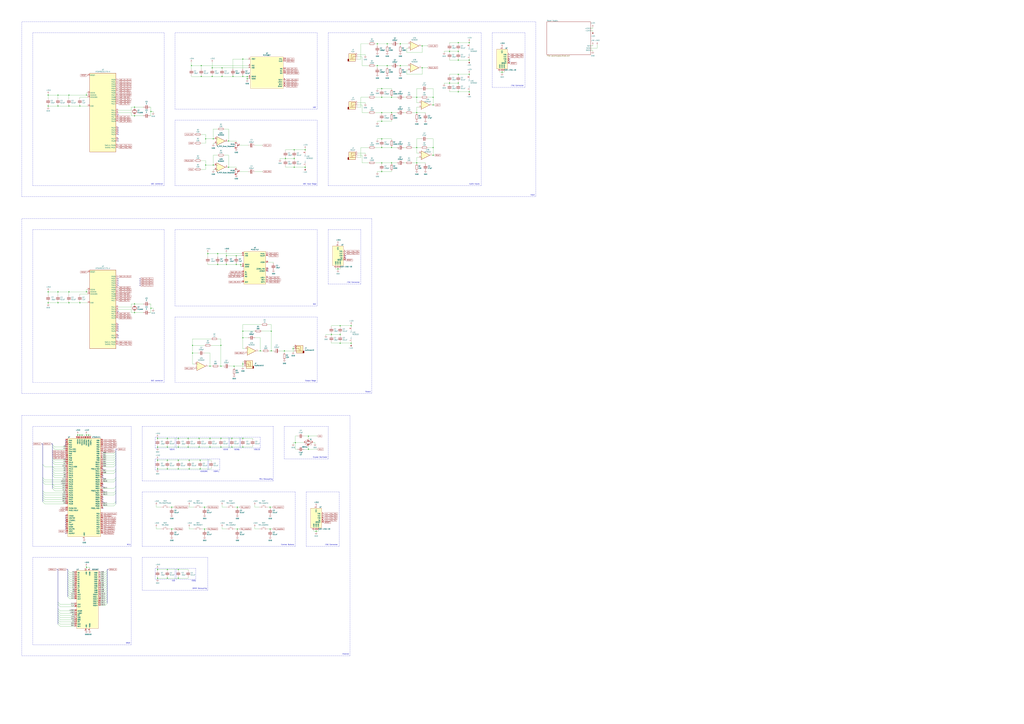
<source format=kicad_sch>
(kicad_sch (version 20211123) (generator eeschema)
  (paper "A0")
  (junction (at 281.94 392.43))
  (junction (at 100.33 659.13))
  (junction (at 256.54 519.43))
  (junction (at 194.31 671.83))
  (junction (at 67.31 110.49))
  (junction (at 207.01 519.43))
  (junction (at 223.52 401.32))
  (junction (at 90.17 505.46))
  (junction (at 182.88 519.43))
  (junction (at 199.39 614.68))
  (junction (at 247.65 191.77))
  (junction (at 532.13 69.85))
  (junction (at 544.83 86.36))
  (junction (at 233.68 88.9))
  (junction (at 156.21 124.46))
  (junction (at 219.71 544.83))
  (junction (at 438.15 50.8))
  (junction (at 281.94 519.43))
  (junction (at 544.83 69.85))
  (junction (at 80.01 110.49))
  (junction (at 95.25 505.46))
  (junction (at 341.63 184.15))
  (junction (at 80.01 339.09))
  (junction (at 358.14 506.73))
  (junction (at 287.02 88.9))
  (junction (at 281.94 384.81))
  (junction (at 314.96 384.81))
  (junction (at 331.47 184.15))
  (junction (at 281.94 422.91))
  (junction (at 55.88 123.19))
  (junction (at 219.71 534.67))
  (junction (at 275.59 589.28))
  (junction (at 55.88 339.09))
  (junction (at 92.71 505.46))
  (junction (at 231.14 509.27))
  (junction (at 241.3 294.64))
  (junction (at 464.82 50.8))
  (junction (at 232.41 534.67))
  (junction (at 252.73 307.34))
  (junction (at 502.92 180.34))
  (junction (at 269.24 509.27))
  (junction (at 521.97 59.69))
  (junction (at 443.23 140.97))
  (junction (at 182.88 671.83))
  (junction (at 156.21 363.22))
  (junction (at 194.31 534.67))
  (junction (at 449.58 50.8))
  (junction (at 80.01 351.79))
  (junction (at 175.26 358.14))
  (junction (at 223.52 410.21))
  (junction (at 443.23 102.87))
  (junction (at 207.01 661.67))
  (junction (at 454.66 171.45))
  (junction (at 194.31 509.27))
  (junction (at 407.67 378.46))
  (junction (at 102.87 505.46))
  (junction (at 287.02 91.44))
  (junction (at 207.01 509.27))
  (junction (at 490.22 53.34))
  (junction (at 464.82 76.2))
  (junction (at 394.97 378.46))
  (junction (at 281.94 509.27))
  (junction (at 243.84 509.27))
  (junction (at 175.26 129.54))
  (junction (at 233.68 76.2))
  (junction (at 443.23 171.45))
  (junction (at 483.87 130.81))
  (junction (at 342.9 514.35))
  (junction (at 443.23 113.03))
  (junction (at 269.24 519.43))
  (junction (at 384.81 388.62))
  (junction (at 483.87 171.45))
  (junction (at 92.71 351.79))
  (junction (at 443.23 199.39))
  (junction (at 443.23 130.81))
  (junction (at 207.01 534.67))
  (junction (at 199.39 589.28))
  (junction (at 100.33 339.09))
  (junction (at 358.14 521.97))
  (junction (at 354.33 194.31))
  (junction (at 237.49 614.68))
  (junction (at 257.81 88.9))
  (junction (at 483.87 113.03))
  (junction (at 243.84 425.45))
  (junction (at 218.44 519.43))
  (junction (at 246.38 88.9))
  (junction (at 302.26 407.67))
  (junction (at 67.31 339.09))
  (junction (at 182.88 661.67))
  (junction (at 313.69 614.68))
  (junction (at 330.2 407.67))
  (junction (at 194.31 544.83))
  (junction (at 265.43 194.31))
  (junction (at 274.32 297.18))
  (junction (at 67.31 123.19))
  (junction (at 274.32 307.34))
  (junction (at 532.13 106.68))
  (junction (at 438.15 76.2))
  (junction (at 532.13 49.53))
  (junction (at 92.71 123.19))
  (junction (at 407.67 398.78))
  (junction (at 232.41 544.83))
  (junction (at 367.03 617.22))
  (junction (at 100.33 505.46))
  (junction (at 392.43 312.42))
  (junction (at 231.14 519.43))
  (junction (at 281.94 88.9))
  (junction (at 218.44 509.27))
  (junction (at 262.89 307.34))
  (junction (at 207.01 544.83))
  (junction (at 532.13 96.52))
  (junction (at 194.31 519.43))
  (junction (at 354.33 173.99))
  (junction (at 247.65 161.29))
  (junction (at 314.96 407.67))
  (junction (at 340.36 405.13))
  (junction (at 341.63 194.31))
  (junction (at 483.87 189.23))
  (junction (at 156.21 134.62))
  (junction (at 521.97 96.52))
  (junction (at 394.97 398.78))
  (junction (at 207.01 671.83))
  (junction (at 279.4 307.34))
  (junction (at 265.43 163.83))
  (junction (at 243.84 519.43))
  (junction (at 544.83 49.53))
  (junction (at 532.13 86.36))
  (junction (at 246.38 78.74))
  (junction (at 454.66 130.81))
  (junction (at 270.51 88.9))
  (junction (at 182.88 534.67))
  (junction (at 544.83 106.68))
  (junction (at 67.31 351.79))
  (junction (at 271.78 425.45))
  (junction (at 532.13 59.69))
  (junction (at 443.23 189.23))
  (junction (at 156.21 353.06))
  (junction (at 80.01 123.19))
  (junction (at 182.88 544.83))
  (junction (at 55.88 110.49))
  (junction (at 281.94 68.58))
  (junction (at 454.66 113.03))
  (junction (at 262.89 297.18))
  (junction (at 256.54 509.27))
  (junction (at 449.58 76.2))
  (junction (at 454.66 189.23))
  (junction (at 100.33 110.49))
  (junction (at 275.59 614.68))
  (junction (at 490.22 78.74))
  (junction (at 256.54 425.45))
  (junction (at 502.92 113.03))
  (junction (at 582.93 83.82))
  (junction (at 252.73 294.64))
  (junction (at 443.23 161.29))
  (junction (at 238.76 161.29))
  (junction (at 313.69 589.28))
  (junction (at 238.76 191.77))
  (junction (at 194.31 661.67))
  (junction (at 182.88 509.27))
  (junction (at 55.88 351.79))
  (junction (at 394.97 388.62))
  (junction (at 256.54 401.32))
  (junction (at 257.81 78.74))
  (junction (at 502.92 121.92))
  (junction (at 502.92 171.45))
  (junction (at 237.49 589.28))
  (junction (at 222.25 76.2))
  (junction (at 341.63 173.99))
  (no_connect (at 162.56 323.85))
  (no_connect (at 137.16 379.73))
  (no_connect (at 119.38 554.99))
  (no_connect (at 76.2 609.6))
  (no_connect (at 119.38 544.83))
  (no_connect (at 162.56 331.47))
  (no_connect (at 119.38 570.23))
  (no_connect (at 76.2 516.89))
  (no_connect (at 137.16 323.85))
  (no_connect (at 76.2 614.68))
  (no_connect (at 137.16 156.21))
  (no_connect (at 591.82 71.12))
  (no_connect (at 162.56 328.93))
  (no_connect (at 76.2 604.52))
  (no_connect (at 401.32 299.72))
  (no_connect (at 119.38 582.93))
  (no_connect (at 162.56 326.39))
  (no_connect (at 137.16 148.59))
  (no_connect (at 137.16 133.35))
  (no_connect (at 137.16 163.83))
  (no_connect (at 401.32 297.18))
  (no_connect (at 119.38 565.15))
  (no_connect (at 76.2 619.76))
  (no_connect (at 137.16 384.81))
  (no_connect (at 137.16 326.39))
  (no_connect (at 137.16 153.67))
  (no_connect (at 137.16 377.19))
  (no_connect (at 119.38 552.45))
  (no_connect (at 137.16 392.43))
  (no_connect (at 137.16 361.95))
  (no_connect (at 137.16 151.13))
  (no_connect (at 119.38 562.61))
  (no_connect (at 591.82 68.58))
  (no_connect (at 76.2 607.06))
  (no_connect (at 311.15 314.96))
  (no_connect (at 137.16 389.89))
  (no_connect (at 76.2 612.14))
  (no_connect (at 137.16 331.47))
  (no_connect (at 76.2 514.35))
  (no_connect (at 119.38 590.55))
  (no_connect (at 76.2 601.98))
  (no_connect (at 137.16 161.29))
  (no_connect (at 119.38 577.85))
  (no_connect (at 119.38 580.39))
  (no_connect (at 311.15 312.42))
  (no_connect (at 137.16 382.27))
  (no_connect (at 76.2 511.81))
  (no_connect (at 76.2 599.44))
  (no_connect (at 137.16 328.93))
  (bus_entry (at 132.08 588.01) (size 2.54 -2.54))
  (bus_entry (at 81.28 695.96) (size -2.54 -2.54))
  (bus_entry (at 81.28 670.56) (size -2.54 -2.54))
  (bus_entry (at 121.92 695.96) (size 2.54 -2.54))
  (bus_entry (at 81.28 683.26) (size -2.54 -2.54))
  (bus_entry (at 63.5 539.75) (size -2.54 -2.54))
  (bus_entry (at 132.08 534.67) (size 2.54 -2.54))
  (bus_entry (at 132.08 585.47) (size 2.54 -2.54))
  (bus_entry (at 63.5 544.83) (size -2.54 -2.54))
  (bus_entry (at 132.08 549.91) (size 2.54 -2.54))
  (bus_entry (at 121.92 701.04) (size 2.54 -2.54))
  (bus_entry (at 132.08 575.31) (size 2.54 -2.54))
  (bus_entry (at 121.92 668.02) (size 2.54 -2.54))
  (bus_entry (at 52.07 577.85) (size -2.54 -2.54))
  (bus_entry (at 63.5 519.43) (size -2.54 -2.54))
  (bus_entry (at 52.07 585.47) (size -2.54 -2.54))
  (bus_entry (at 132.08 557.53) (size 2.54 -2.54))
  (bus_entry (at 81.28 668.02) (size -2.54 -2.54))
  (bus_entry (at 63.5 567.69) (size -2.54 -2.54))
  (bus_entry (at 121.92 698.5) (size 2.54 -2.54))
  (bus_entry (at 132.08 547.37) (size 2.54 -2.54))
  (bus_entry (at 121.92 673.1) (size 2.54 -2.54))
  (bus_entry (at 121.92 678.18) (size 2.54 -2.54))
  (bus_entry (at 63.5 534.67) (size -2.54 -2.54))
  (bus_entry (at 52.07 560.07) (size -2.54 -2.54))
  (bus_entry (at 132.08 542.29) (size 2.54 -2.54))
  (bus_entry (at 52.07 572.77) (size -2.54 -2.54))
  (bus_entry (at 67.31 712.47) (size 2.54 2.54))
  (bus_entry (at 132.08 527.05) (size 2.54 -2.54))
  (bus_entry (at 67.31 715.01) (size 2.54 2.54))
  (bus_entry (at 63.5 552.45) (size -2.54 -2.54))
  (bus_entry (at 52.07 575.31) (size -2.54 -2.54))
  (bus_entry (at 81.28 673.1) (size -2.54 -2.54))
  (bus_entry (at 132.08 532.13) (size 2.54 -2.54))
  (bus_entry (at 132.08 572.77) (size 2.54 -2.54))
  (bus_entry (at 132.08 567.69) (size 2.54 -2.54))
  (bus_entry (at 67.31 709.93) (size 2.54 2.54))
  (bus_entry (at 67.31 702.31) (size 2.54 2.54))
  (bus_entry (at 67.31 725.17) (size 2.54 2.54))
  (bus_entry (at 63.5 521.97) (size -2.54 -2.54))
  (bus_entry (at 63.5 537.21) (size -2.54 -2.54))
  (bus_entry (at 81.28 690.88) (size -2.54 -2.54))
  (bus_entry (at 132.08 560.07) (size 2.54 -2.54))
  (bus_entry (at 52.07 542.29) (size -2.54 -2.54))
  (bus_entry (at 81.28 685.8) (size -2.54 -2.54))
  (bus_entry (at 67.31 720.09) (size 2.54 2.54))
  (bus_entry (at 52.07 582.93) (size -2.54 -2.54))
  (bus_entry (at 121.92 670.56) (size 2.54 -2.54))
  (bus_entry (at 52.07 562.61) (size -2.54 -2.54))
  (bus_entry (at 121.92 685.8) (size 2.54 -2.54))
  (bus_entry (at 67.31 699.77) (size 2.54 2.54))
  (bus_entry (at 132.08 539.75) (size 2.54 -2.54))
  (bus_entry (at 81.28 675.64) (size -2.54 -2.54))
  (bus_entry (at 81.28 693.42) (size -2.54 -2.54))
  (bus_entry (at 81.28 665.48) (size -2.54 -2.54))
  (bus_entry (at 67.31 707.39) (size 2.54 2.54))
  (bus_entry (at 121.92 683.26) (size 2.54 -2.54))
  (bus_entry (at 52.07 557.53) (size -2.54 -2.54))
  (bus_entry (at 81.28 678.18) (size -2.54 -2.54))
  (bus_entry (at 81.28 688.34) (size -2.54 -2.54))
  (bus_entry (at 67.31 717.55) (size 2.54 2.54))
  (bus_entry (at 121.92 693.42) (size 2.54 -2.54))
  (bus_entry (at 81.28 680.72) (size -2.54 -2.54))
  (bus_entry (at 121.92 665.48) (size 2.54 -2.54))
  (bus_entry (at 63.5 565.15) (size -2.54 -2.54))
  (bus_entry (at 121.92 680.72) (size 2.54 -2.54))
  (bus_entry (at 67.31 722.63) (size 2.54 2.54))
  (bus_entry (at 52.07 580.39) (size -2.54 -2.54))
  (bus_entry (at 121.92 688.34) (size 2.54 -2.54))
  (bus_entry (at 63.5 554.99) (size -2.54 -2.54))
  (bus_entry (at 63.5 547.37) (size -2.54 -2.54))
  (bus_entry (at 121.92 690.88) (size 2.54 -2.54))
  (bus_entry (at 132.08 537.21) (size 2.54 -2.54))
  (bus_entry (at 121.92 675.64) (size 2.54 -2.54))
  (bus_entry (at 63.5 570.23) (size -2.54 -2.54))
  (bus_entry (at 132.08 529.59) (size 2.54 -2.54))
  (bus_entry (at 63.5 549.91) (size -2.54 -2.54))
  (bus_entry (at 121.92 703.58) (size 2.54 -2.54))
  (wire (pts (xy 419.1 124.46) (xy 415.29 124.46)))
  (wire (pts (xy 295.91 589.28) (xy 300.99 589.28)))
  (wire (pts (xy 67.31 121.92) (xy 67.31 123.19)))
  (wire (pts (xy 116.84 690.88) (xy 121.92 690.88)))
  (wire (pts (xy 275.59 590.55) (xy 275.59 589.28)))
  (wire (pts (xy 257.81 87.63) (xy 257.81 88.9)))
  (wire (pts (xy 342.9 506.73) (xy 342.9 514.35)))
  (wire (pts (xy 52.07 562.61) (xy 60.96 562.61)))
  (wire (pts (xy 532.13 60.96) (xy 532.13 59.69)))
  (polyline (pts (xy 180.34 673.1) (xy 180.34 660.4)))
  (wire (pts (xy 262.89 307.34) (xy 274.32 307.34)))
  (polyline (pts (xy 190.5 266.7) (xy 190.5 444.5)))
  (wire (pts (xy 454.66 111.76) (xy 454.66 113.03)))
  (wire (pts (xy 247.65 180.34) (xy 247.65 191.77)))
  (bus (pts (xy 60.96 537.21) (xy 60.96 542.29)))
  (polyline (pts (xy 180.34 520.7) (xy 203.2 520.7)))
  (wire (pts (xy 119.38 529.59) (xy 132.08 529.59)))
  (wire (pts (xy 194.31 661.67) (xy 182.88 661.67)))
  (bus (pts (xy 124.46 690.88) (xy 124.46 693.42)))
  (wire (pts (xy 407.67 398.78) (xy 407.67 400.05)))
  (wire (pts (xy 302.26 407.67) (xy 304.8 407.67)))
  (wire (pts (xy 177.8 358.14) (xy 177.8 359.41)))
  (wire (pts (xy 265.43 163.83) (xy 265.43 149.86)))
  (wire (pts (xy 207.01 543.56) (xy 207.01 544.83)))
  (polyline (pts (xy 241.3 533.4) (xy 180.34 533.4)))
  (wire (pts (xy 105.41 505.46) (xy 102.87 505.46)))
  (wire (pts (xy 449.58 50.8) (xy 449.58 53.34)))
  (wire (pts (xy 483.87 171.45) (xy 483.87 161.29)))
  (wire (pts (xy 218.44 671.83) (xy 218.44 670.56)))
  (wire (pts (xy 119.38 549.91) (xy 132.08 549.91)))
  (bus (pts (xy 134.62 521.97) (xy 135.89 521.97)))
  (wire (pts (xy 86.36 727.71) (xy 69.85 727.71)))
  (wire (pts (xy 342.9 514.35) (xy 342.9 521.97)))
  (wire (pts (xy 181.61 589.28) (xy 186.69 589.28)))
  (wire (pts (xy 544.83 86.36) (xy 544.83 87.63)))
  (wire (pts (xy 238.76 156.21) (xy 238.76 161.29)))
  (wire (pts (xy 245.11 393.7) (xy 223.52 393.7)))
  (wire (pts (xy 502.92 121.92) (xy 504.19 121.92)))
  (wire (pts (xy 496.57 102.87) (xy 502.92 102.87)))
  (polyline (pts (xy 255.27 533.4) (xy 255.27 546.1)))
  (bus (pts (xy 134.62 572.77) (xy 134.62 582.93)))
  (wire (pts (xy 358.14 506.73) (xy 368.3 506.73)))
  (wire (pts (xy 116.84 670.56) (xy 121.92 670.56)))
  (polyline (pts (xy 203.2 139.7) (xy 368.3 139.7)))
  (wire (pts (xy 271.78 425.45) (xy 271.78 427.99)))
  (wire (pts (xy 473.71 81.28) (xy 472.44 81.28)))
  (wire (pts (xy 454.66 139.7) (xy 454.66 140.97)))
  (wire (pts (xy 257.81 88.9) (xy 270.51 88.9)))
  (bus (pts (xy 78.74 668.02) (xy 78.74 670.56)))
  (wire (pts (xy 238.76 186.69) (xy 238.76 191.77)))
  (bus (pts (xy 60.96 562.61) (xy 60.96 565.15)))
  (wire (pts (xy 63.5 552.45) (xy 76.2 552.45)))
  (wire (pts (xy 407.67 378.46) (xy 407.67 379.73)))
  (wire (pts (xy 102.87 506.73) (xy 102.87 505.46)))
  (wire (pts (xy 219.71 534.67) (xy 232.41 534.67)))
  (wire (pts (xy 488.95 171.45) (xy 483.87 171.45)))
  (wire (pts (xy 501.65 180.34) (xy 502.92 180.34)))
  (wire (pts (xy 420.37 130.81) (xy 427.99 130.81)))
  (wire (pts (xy 116.84 683.26) (xy 121.92 683.26)))
  (wire (pts (xy 92.71 123.19) (xy 80.01 123.19)))
  (wire (pts (xy 502.92 102.87) (xy 502.92 113.03)))
  (bus (pts (xy 60.96 515.62) (xy 59.69 515.62)))
  (wire (pts (xy 247.65 191.77) (xy 238.76 191.77)))
  (wire (pts (xy 532.13 87.63) (xy 532.13 86.36)))
  (polyline (pts (xy 203.2 368.3) (xy 368.3 368.3)))
  (wire (pts (xy 443.23 140.97) (xy 443.23 139.7)))
  (wire (pts (xy 237.49 589.28) (xy 240.03 589.28)))
  (wire (pts (xy 274.32 298.45) (xy 274.32 297.18)))
  (wire (pts (xy 394.97 378.46) (xy 407.67 378.46)))
  (wire (pts (xy 312.42 407.67) (xy 314.96 407.67)))
  (wire (pts (xy 454.66 130.81) (xy 461.01 130.81)))
  (polyline (pts (xy 302.26 508) (xy 279.4 508)))
  (wire (pts (xy 175.26 124.46) (xy 175.26 129.54)))
  (wire (pts (xy 81.28 690.88) (xy 86.36 690.88)))
  (wire (pts (xy 454.66 162.56) (xy 454.66 161.29)))
  (wire (pts (xy 521.97 86.36) (xy 532.13 86.36)))
  (wire (pts (xy 247.65 191.77) (xy 248.92 191.77)))
  (wire (pts (xy 532.13 97.79) (xy 532.13 96.52)))
  (wire (pts (xy 257.81 614.68) (xy 257.81 612.14)))
  (wire (pts (xy 116.84 693.42) (xy 121.92 693.42)))
  (wire (pts (xy 443.23 189.23) (xy 454.66 189.23)))
  (wire (pts (xy 175.26 353.06) (xy 175.26 358.14)))
  (bus (pts (xy 124.46 678.18) (xy 124.46 680.72)))
  (wire (pts (xy 256.54 393.7) (xy 256.54 401.32)))
  (wire (pts (xy 544.83 106.68) (xy 544.83 107.95)))
  (wire (pts (xy 92.71 351.79) (xy 80.01 351.79)))
  (polyline (pts (xy 368.3 355.6) (xy 203.2 355.6)))
  (wire (pts (xy 449.58 76.2) (xy 454.66 76.2)))
  (bus (pts (xy 60.96 532.13) (xy 60.96 534.67)))
  (wire (pts (xy 438.15 50.8) (xy 435.61 50.8)))
  (wire (pts (xy 265.43 163.83) (xy 274.32 163.83)))
  (polyline (pts (xy 342.9 571.5) (xy 342.9 635)))
  (wire (pts (xy 266.7 425.45) (xy 271.78 425.45)))
  (wire (pts (xy 392.43 311.15) (xy 392.43 312.42)))
  (wire (pts (xy 156.21 363.22) (xy 166.37 363.22)))
  (wire (pts (xy 265.43 180.34) (xy 260.35 180.34)))
  (wire (pts (xy 502.92 171.45) (xy 502.92 180.34)))
  (wire (pts (xy 311.15 304.8) (xy 317.5 304.8)))
  (wire (pts (xy 243.84 510.54) (xy 243.84 509.27)))
  (wire (pts (xy 90.17 504.19) (xy 90.17 505.46)))
  (wire (pts (xy 232.41 534.67) (xy 232.41 535.94)))
  (wire (pts (xy 424.18 63.5) (xy 424.18 64.77)))
  (polyline (pts (xy 25.4 25.4) (xy 622.3 25.4)))
  (wire (pts (xy 256.54 401.32) (xy 256.54 425.45)))
  (bus (pts (xy 134.62 539.75) (xy 134.62 544.83)))
  (wire (pts (xy 52.07 572.77) (xy 76.2 572.77)))
  (polyline (pts (xy 203.2 127) (xy 203.2 38.1)))
  (bus (pts (xy 60.96 534.67) (xy 60.96 537.21)))
  (polyline (pts (xy 203.2 355.6) (xy 203.2 266.7)))
  (wire (pts (xy 532.13 69.85) (xy 521.97 69.85)))
  (polyline (pts (xy 393.7 635) (xy 355.6 635)))
  (wire (pts (xy 252.73 393.7) (xy 256.54 393.7)))
  (wire (pts (xy 207.01 661.67) (xy 218.44 661.67)))
  (wire (pts (xy 419.1 171.45) (xy 427.99 171.45)))
  (wire (pts (xy 181.61 614.68) (xy 181.61 612.14)))
  (polyline (pts (xy 242.57 546.1) (xy 242.57 533.4)))
  (wire (pts (xy 454.66 199.39) (xy 443.23 199.39)))
  (wire (pts (xy 63.5 547.37) (xy 76.2 547.37)))
  (wire (pts (xy 262.89 298.45) (xy 262.89 297.18)))
  (wire (pts (xy 232.41 544.83) (xy 232.41 543.56)))
  (wire (pts (xy 443.23 104.14) (xy 443.23 102.87)))
  (polyline (pts (xy 241.3 647.7) (xy 241.3 685.8)))
  (wire (pts (xy 515.62 96.52) (xy 515.62 97.79)))
  (wire (pts (xy 521.97 96.52) (xy 521.97 95.25)))
  (bus (pts (xy 48.26 515.62) (xy 49.53 515.62)))
  (wire (pts (xy 580.39 83.82) (xy 582.93 83.82)))
  (wire (pts (xy 60.96 562.61) (xy 76.2 562.61)))
  (wire (pts (xy 532.13 69.85) (xy 544.83 69.85)))
  (wire (pts (xy 303.53 377.19) (xy 281.94 377.19)))
  (wire (pts (xy 248.92 166.37) (xy 247.65 166.37)))
  (wire (pts (xy 443.23 102.87) (xy 438.15 102.87)))
  (wire (pts (xy 313.69 614.68) (xy 316.23 614.68)))
  (wire (pts (xy 287.02 91.44) (xy 287.02 88.9)))
  (polyline (pts (xy 190.5 444.5) (xy 38.1 444.5)))
  (wire (pts (xy 438.15 140.97) (xy 438.15 142.24)))
  (bus (pts (xy 124.46 661.67) (xy 124.46 662.94)))
  (polyline (pts (xy 203.2 660.4) (xy 203.2 673.1)))
  (polyline (pts (xy 241.3 685.8) (xy 165.1 685.8)))
  (wire (pts (xy 483.87 124.46) (xy 486.41 124.46)))
  (wire (pts (xy 293.37 509.27) (xy 293.37 510.54)))
  (wire (pts (xy 443.23 190.5) (xy 443.23 189.23)))
  (bus (pts (xy 124.46 683.26) (xy 124.46 685.8)))
  (bus (pts (xy 49.53 570.23) (xy 49.53 572.77)))
  (wire (pts (xy 233.68 186.69) (xy 238.76 186.69)))
  (wire (pts (xy 55.88 339.09) (xy 67.31 339.09)))
  (wire (pts (xy 384.81 388.62) (xy 384.81 387.35)))
  (wire (pts (xy 156.21 125.73) (xy 156.21 124.46)))
  (wire (pts (xy 175.26 129.54) (xy 177.8 129.54)))
  (wire (pts (xy 237.49 590.55) (xy 237.49 589.28)))
  (wire (pts (xy 194.31 671.83) (xy 182.88 671.83)))
  (bus (pts (xy 67.31 715.01) (xy 67.31 717.55)))
  (polyline (pts (xy 368.3 38.1) (xy 368.3 127)))
  (bus (pts (xy 49.53 580.39) (xy 49.53 582.93)))
  (wire (pts (xy 435.61 130.81) (xy 443.23 130.81)))
  (wire (pts (xy 443.23 162.56) (xy 443.23 161.29)))
  (wire (pts (xy 532.13 59.69) (xy 532.13 58.42)))
  (wire (pts (xy 55.88 337.82) (xy 55.88 339.09)))
  (bus (pts (xy 134.62 554.99) (xy 134.62 557.53)))
  (polyline (pts (xy 558.8 215.9) (xy 381 215.9)))
  (bus (pts (xy 134.62 544.83) (xy 134.62 547.37)))
  (wire (pts (xy 367.03 615.95) (xy 367.03 617.22)))
  (wire (pts (xy 55.88 353.06) (xy 55.88 351.79)))
  (wire (pts (xy 182.88 543.56) (xy 182.88 544.83)))
  (wire (pts (xy 245.11 534.67) (xy 245.11 535.94)))
  (wire (pts (xy 358.14 518.16) (xy 358.14 521.97)))
  (bus (pts (xy 134.62 547.37) (xy 134.62 554.99)))
  (wire (pts (xy 420.37 180.34) (xy 420.37 189.23)))
  (wire (pts (xy 100.33 339.09) (xy 80.01 339.09)))
  (wire (pts (xy 100.33 659.13) (xy 104.14 659.13)))
  (wire (pts (xy 219.71 614.68) (xy 219.71 612.14)))
  (bus (pts (xy 67.31 707.39) (xy 67.31 709.93)))
  (wire (pts (xy 281.94 68.58) (xy 288.29 68.58)))
  (wire (pts (xy 389.89 312.42) (xy 392.43 312.42)))
  (wire (pts (xy 97.79 506.73) (xy 97.79 505.46)))
  (polyline (pts (xy 203.2 215.9) (xy 203.2 139.7)))
  (wire (pts (xy 488.95 113.03) (xy 483.87 113.03)))
  (wire (pts (xy 156.21 354.33) (xy 156.21 353.06)))
  (wire (pts (xy 207.01 509.27) (xy 207.01 510.54)))
  (polyline (pts (xy 558.8 38.1) (xy 558.8 215.9)))
  (wire (pts (xy 238.76 166.37) (xy 233.68 166.37)))
  (wire (pts (xy 363.22 514.35) (xy 365.76 514.35)))
  (polyline (pts (xy 368.3 215.9) (xy 203.2 215.9)))
  (bus (pts (xy 60.96 542.29) (xy 60.96 544.83)))
  (wire (pts (xy 521.97 97.79) (xy 521.97 96.52)))
  (wire (pts (xy 95.25 505.46) (xy 92.71 505.46)))
  (wire (pts (xy 415.29 119.38) (xy 424.18 119.38)))
  (wire (pts (xy 67.31 110.49) (xy 67.31 114.3)))
  (wire (pts (xy 394.97 397.51) (xy 394.97 398.78)))
  (wire (pts (xy 234.95 589.28) (xy 237.49 589.28)))
  (wire (pts (xy 407.67 397.51) (xy 407.67 398.78)))
  (wire (pts (xy 101.6 113.03) (xy 92.71 113.03)))
  (wire (pts (xy 454.66 171.45) (xy 461.01 171.45)))
  (wire (pts (xy 256.54 425.45) (xy 259.08 425.45)))
  (wire (pts (xy 521.97 59.69) (xy 521.97 58.42)))
  (wire (pts (xy 340.36 402.59) (xy 340.36 405.13)))
  (wire (pts (xy 119.38 539.75) (xy 132.08 539.75)))
  (wire (pts (xy 270.51 88.9) (xy 281.94 88.9)))
  (wire (pts (xy 182.88 534.67) (xy 182.88 533.4)))
  (bus (pts (xy 78.74 683.26) (xy 78.74 685.8)))
  (wire (pts (xy 81.28 680.72) (xy 86.36 680.72)))
  (wire (pts (xy 464.82 76.2) (xy 473.71 76.2)))
  (wire (pts (xy 293.37 519.43) (xy 293.37 518.16)))
  (polyline (pts (xy 381 533.4) (xy 330.2 533.4)))
  (wire (pts (xy 92.71 505.46) (xy 90.17 505.46)))
  (wire (pts (xy 100.33 660.4) (xy 100.33 659.13)))
  (wire (pts (xy 81.28 673.1) (xy 86.36 673.1)))
  (wire (pts (xy 63.5 570.23) (xy 76.2 570.23)))
  (polyline (pts (xy 204.47 520.7) (xy 265.43 520.7)))
  (wire (pts (xy 67.31 351.79) (xy 80.01 351.79)))
  (wire (pts (xy 166.37 353.06) (xy 156.21 353.06)))
  (wire (pts (xy 331.47 185.42) (xy 331.47 184.15)))
  (bus (pts (xy 78.74 673.1) (xy 78.74 675.64)))
  (wire (pts (xy 515.62 60.96) (xy 515.62 59.69)))
  (wire (pts (xy 90.17 505.46) (xy 90.17 506.73)))
  (wire (pts (xy 454.66 132.08) (xy 454.66 130.81)))
  (polyline (pts (xy 266.7 520.7) (xy 278.13 520.7)))
  (wire (pts (xy 63.5 519.43) (xy 76.2 519.43)))
  (wire (pts (xy 281.94 377.19) (xy 281.94 384.81)))
  (polyline (pts (xy 381 266.7) (xy 419.1 266.7)))
  (wire (pts (xy 311.15 614.68) (xy 313.69 614.68)))
  (wire (pts (xy 52.07 560.07) (xy 76.2 560.07)))
  (wire (pts (xy 81.28 665.48) (xy 86.36 665.48)))
  (wire (pts (xy 196.85 614.68) (xy 199.39 614.68)))
  (wire (pts (xy 443.23 199.39) (xy 438.15 199.39)))
  (bus (pts (xy 60.96 515.62) (xy 60.96 516.89)))
  (wire (pts (xy 92.71 113.03) (xy 92.71 114.3)))
  (bus (pts (xy 134.62 521.97) (xy 134.62 524.51)))
  (wire (pts (xy 273.05 614.68) (xy 275.59 614.68)))
  (wire (pts (xy 274.32 165.1) (xy 274.32 163.83)))
  (bus (pts (xy 60.96 516.89) (xy 60.96 519.43)))
  (wire (pts (xy 340.36 405.13) (xy 340.36 408.94)))
  (wire (pts (xy 245.11 543.56) (xy 245.11 544.83)))
  (wire (pts (xy 438.15 161.29) (xy 438.15 162.56)))
  (wire (pts (xy 207.01 534.67) (xy 219.71 534.67)))
  (wire (pts (xy 241.3 298.45) (xy 241.3 294.64)))
  (wire (pts (xy 302.26 407.67) (xy 302.26 392.43)))
  (polyline (pts (xy 265.43 520.7) (xy 265.43 508)))
  (polyline (pts (xy 25.4 457.2) (xy 431.8 457.2)))
  (wire (pts (xy 175.26 358.14) (xy 175.26 363.22)))
  (polyline (pts (xy 609.6 101.6) (xy 571.5 101.6)))
  (wire (pts (xy 243.84 425.45) (xy 243.84 410.21)))
  (wire (pts (xy 218.44 519.43) (xy 218.44 518.16)))
  (wire (pts (xy 219.71 589.28) (xy 219.71 586.74)))
  (wire (pts (xy 331.47 173.99) (xy 341.63 173.99)))
  (wire (pts (xy 55.88 124.46) (xy 55.88 123.19)))
  (wire (pts (xy 521.97 60.96) (xy 521.97 59.69)))
  (wire (pts (xy 100.33 336.55) (xy 100.33 339.09)))
  (polyline (pts (xy 330.2 495.3) (xy 381 495.3)))
  (polyline (pts (xy 25.4 254) (xy 431.8 254)))
  (wire (pts (xy 233.68 76.2) (xy 288.29 76.2)))
  (polyline (pts (xy 381 266.7) (xy 381 330.2)))
  (wire (pts (xy 438.15 102.87) (xy 438.15 104.14)))
  (wire (pts (xy 419.1 68.58) (xy 415.29 68.58)))
  (wire (pts (xy 420.37 121.92) (xy 420.37 130.81)))
  (bus (pts (xy 60.96 547.37) (xy 60.96 549.91)))
  (polyline (pts (xy 152.4 635) (xy 38.1 635)))
  (wire (pts (xy 435.61 113.03) (xy 443.23 113.03)))
  (wire (pts (xy 521.97 59.69) (xy 515.62 59.69)))
  (wire (pts (xy 449.58 50.8) (xy 454.66 50.8)))
  (wire (pts (xy 92.71 351.79) (xy 101.6 351.79)))
  (wire (pts (xy 229.87 410.21) (xy 223.52 410.21)))
  (bus (pts (xy 67.31 717.55) (xy 67.31 720.09)))
  (wire (pts (xy 532.13 106.68) (xy 544.83 106.68)))
  (wire (pts (xy 116.84 673.1) (xy 121.92 673.1)))
  (wire (pts (xy 246.38 87.63) (xy 246.38 88.9)))
  (wire (pts (xy 544.83 48.26) (xy 544.83 49.53)))
  (wire (pts (xy 354.33 172.72) (xy 354.33 173.99)))
  (wire (pts (xy 419.1 182.88) (xy 415.29 182.88)))
  (polyline (pts (xy 203.2 266.7) (xy 368.3 266.7)))
  (polyline (pts (xy 419.1 330.2) (xy 381 330.2)))
  (wire (pts (xy 199.39 589.28) (xy 201.93 589.28)))
  (wire (pts (xy 233.68 87.63) (xy 233.68 88.9)))
  (bus (pts (xy 134.62 570.23) (xy 134.62 572.77)))
  (wire (pts (xy 80.01 110.49) (xy 80.01 114.3)))
  (wire (pts (xy 483.87 119.38) (xy 483.87 113.03)))
  (wire (pts (xy 119.38 534.67) (xy 132.08 534.67)))
  (wire (pts (xy 389.89 311.15) (xy 389.89 312.42)))
  (wire (pts (xy 384.81 388.62) (xy 378.46 388.62)))
  (wire (pts (xy 86.36 712.47) (xy 69.85 712.47)))
  (wire (pts (xy 256.54 519.43) (xy 269.24 519.43)))
  (bus (pts (xy 67.31 712.47) (xy 67.31 715.01)))
  (wire (pts (xy 55.88 351.79) (xy 55.88 350.52)))
  (wire (pts (xy 424.18 119.38) (xy 424.18 120.65)))
  (wire (pts (xy 274.32 306.07) (xy 274.32 307.34)))
  (polyline (pts (xy 180.34 546.1) (xy 241.3 546.1)))
  (wire (pts (xy 502.92 113.03) (xy 502.92 121.92)))
  (wire (pts (xy 218.44 509.27) (xy 207.01 509.27)))
  (wire (pts (xy 223.52 401.32) (xy 223.52 410.21)))
  (wire (pts (xy 116.84 701.04) (xy 121.92 701.04)))
  (wire (pts (xy 92.71 341.63) (xy 92.71 342.9)))
  (wire (pts (xy 532.13 59.69) (xy 521.97 59.69)))
  (wire (pts (xy 354.33 194.31) (xy 354.33 195.58)))
  (wire (pts (xy 688.34 52.07) (xy 688.34 53.34)))
  (wire (pts (xy 63.5 565.15) (xy 76.2 565.15)))
  (wire (pts (xy 299.72 407.67) (xy 302.26 407.67)))
  (polyline (pts (xy 38.1 266.7) (xy 190.5 266.7)))
  (wire (pts (xy 443.23 140.97) (xy 438.15 140.97)))
  (wire (pts (xy 257.81 78.74) (xy 288.29 78.74)))
  (wire (pts (xy 233.68 88.9) (xy 246.38 88.9)))
  (wire (pts (xy 345.44 521.97) (xy 342.9 521.97)))
  (wire (pts (xy 330.2 407.67) (xy 330.2 410.21)))
  (bus (pts (xy 134.62 532.13) (xy 134.62 534.67)))
  (wire (pts (xy 231.14 519.43) (xy 231.14 518.16)))
  (wire (pts (xy 281.94 519.43) (xy 293.37 519.43)))
  (wire (pts (xy 443.23 161.29) (xy 438.15 161.29)))
  (wire (pts (xy 438.15 76.2) (xy 435.61 76.2)))
  (wire (pts (xy 86.36 709.93) (xy 69.85 709.93)))
  (wire (pts (xy 231.14 509.27) (xy 243.84 509.27)))
  (bus (pts (xy 78.74 688.34) (xy 78.74 690.88)))
  (wire (pts (xy 222.25 76.2) (xy 233.68 76.2)))
  (wire (pts (xy 81.28 678.18) (xy 86.36 678.18)))
  (wire (pts (xy 473.71 55.88) (xy 472.44 55.88)))
  (wire (pts (xy 443.23 171.45) (xy 454.66 171.45)))
  (bus (pts (xy 134.62 537.21) (xy 134.62 539.75)))
  (wire (pts (xy 104.14 659.13) (xy 104.14 660.4)))
  (bus (pts (xy 124.46 661.67) (xy 125.73 661.67)))
  (bus (pts (xy 49.53 554.99) (xy 49.53 557.53)))
  (polyline (pts (xy 203.2 508) (xy 203.2 520.7)))
  (wire (pts (xy 81.28 688.34) (xy 86.36 688.34)))
  (wire (pts (xy 483.87 177.8) (xy 483.87 171.45)))
  (wire (pts (xy 52.07 582.93) (xy 76.2 582.93)))
  (wire (pts (xy 207.01 544.83) (xy 219.71 544.83)))
  (wire (pts (xy 256.54 519.43) (xy 256.54 518.16)))
  (wire (pts (xy 462.28 76.2) (xy 464.82 76.2)))
  (wire (pts (xy 238.76 191.77) (xy 238.76 196.85)))
  (wire (pts (xy 313.69 590.55) (xy 313.69 589.28)))
  (wire (pts (xy 248.92 196.85) (xy 247.65 196.85)))
  (wire (pts (xy 67.31 350.52) (xy 67.31 351.79)))
  (wire (pts (xy 688.34 36.83) (xy 688.34 35.56)))
  (wire (pts (xy 67.31 339.09) (xy 67.31 342.9)))
  (wire (pts (xy 207.01 518.16) (xy 207.01 519.43)))
  (wire (pts (xy 295.91 614.68) (xy 300.99 614.68)))
  (wire (pts (xy 420.37 66.04) (xy 420.37 76.2)))
  (polyline (pts (xy 381 38.1) (xy 558.8 38.1)))
  (wire (pts (xy 156.21 134.62) (xy 166.37 134.62)))
  (wire (pts (xy 438.15 76.2) (xy 449.58 76.2)))
  (wire (pts (xy 532.13 49.53) (xy 544.83 49.53)))
  (wire (pts (xy 472.44 86.36) (xy 490.22 86.36)))
  (wire (pts (xy 464.82 53.34) (xy 464.82 50.8)))
  (wire (pts (xy 496.57 171.45) (xy 502.92 171.45)))
  (polyline (pts (xy 165.1 558.8) (xy 165.1 495.3)))
  (wire (pts (xy 119.38 585.47) (xy 132.08 585.47)))
  (wire (pts (xy 331.47 194.31) (xy 331.47 193.04)))
  (wire (pts (xy 55.88 114.3) (xy 55.88 110.49)))
  (wire (pts (xy 182.88 534.67) (xy 182.88 535.94)))
  (wire (pts (xy 182.88 509.27) (xy 182.88 508)))
  (bus (pts (xy 124.46 670.56) (xy 124.46 673.1)))
  (wire (pts (xy 257.81 589.28) (xy 257.81 586.74)))
  (wire (pts (xy 454.66 189.23) (xy 461.01 189.23)))
  (wire (pts (xy 231.14 510.54) (xy 231.14 509.27)))
  (wire (pts (xy 252.73 298.45) (xy 252.73 294.64)))
  (wire (pts (xy 116.84 680.72) (xy 121.92 680.72)))
  (wire (pts (xy 182.88 520.7) (xy 182.88 519.43)))
  (wire (pts (xy 81.28 683.26) (xy 86.36 683.26)))
  (wire (pts (xy 156.21 363.22) (xy 156.21 361.95)))
  (wire (pts (xy 341.63 185.42) (xy 341.63 184.15)))
  (wire (pts (xy 394.97 388.62) (xy 384.81 388.62)))
  (polyline (pts (xy 571.5 38.1) (xy 609.6 38.1)))
  (polyline (pts (xy 190.5 215.9) (xy 38.1 215.9)))
  (wire (pts (xy 283.21 420.37) (xy 281.94 420.37)))
  (wire (pts (xy 435.61 171.45) (xy 443.23 171.45)))
  (wire (pts (xy 194.31 671.83) (xy 207.01 671.83)))
  (wire (pts (xy 270.51 68.58) (xy 281.94 68.58)))
  (wire (pts (xy 449.58 76.2) (xy 449.58 78.74)))
  (wire (pts (xy 260.35 149.86) (xy 265.43 149.86)))
  (wire (pts (xy 52.07 542.29) (xy 60.96 542.29)))
  (polyline (pts (xy 266.7 508) (xy 266.7 520.7)))
  (wire (pts (xy 116.84 688.34) (xy 121.92 688.34)))
  (wire (pts (xy 544.83 69.85) (xy 544.83 71.12)))
  (wire (pts (xy 223.52 422.91) (xy 223.52 410.21)))
  (wire (pts (xy 443.23 199.39) (xy 443.23 198.12)))
  (wire (pts (xy 392.43 312.42) (xy 394.97 312.42)))
  (bus (pts (xy 124.46 698.5) (xy 124.46 701.04)))
  (wire (pts (xy 105.41 506.73) (xy 105.41 505.46)))
  (wire (pts (xy 340.36 514.35) (xy 342.9 514.35)))
  (wire (pts (xy 472.44 55.88) (xy 472.44 60.96)))
  (wire (pts (xy 246.38 78.74) (xy 246.38 80.01)))
  (wire (pts (xy 269.24 509.27) (xy 281.94 509.27)))
  (polyline (pts (xy 38.1 38.1) (xy 38.1 215.9)))
  (wire (pts (xy 269.24 518.16) (xy 269.24 519.43)))
  (polyline (pts (xy 393.7 571.5) (xy 393.7 635)))
  (wire (pts (xy 281.94 518.16) (xy 281.94 519.43)))
  (wire (pts (xy 341.63 193.04) (xy 341.63 194.31)))
  (wire (pts (xy 246.38 78.74) (xy 257.81 78.74)))
  (wire (pts (xy 582.93 83.82) (xy 582.93 85.09)))
  (wire (pts (xy 274.32 195.58) (xy 274.32 194.31)))
  (bus (pts (xy 124.46 693.42) (xy 124.46 695.96)))
  (wire (pts (xy 288.29 88.9) (xy 287.02 88.9)))
  (wire (pts (xy 392.43 312.42) (xy 392.43 313.69)))
  (wire (pts (xy 478.79 189.23) (xy 483.87 189.23)))
  (polyline (pts (xy 368.3 139.7) (xy 368.3 215.9)))
  (wire (pts (xy 265.43 194.31) (xy 274.32 194.31)))
  (wire (pts (xy 419.1 171.45) (xy 419.1 182.88)))
  (wire (pts (xy 182.88 509.27) (xy 182.88 510.54)))
  (wire (pts (xy 693.42 52.07) (xy 693.42 55.88)))
  (bus (pts (xy 78.74 690.88) (xy 78.74 693.42)))
  (wire (pts (xy 341.63 173.99) (xy 354.33 173.99)))
  (wire (pts (xy 415.29 66.04) (xy 420.37 66.04)))
  (wire (pts (xy 443.23 132.08) (xy 443.23 130.81)))
  (wire (pts (xy 278.13 168.91) (xy 288.29 168.91)))
  (wire (pts (xy 314.96 407.67) (xy 317.5 407.67)))
  (polyline (pts (xy 381 495.3) (xy 381 533.4)))
  (wire (pts (xy 454.66 104.14) (xy 454.66 102.87)))
  (bus (pts (xy 67.31 661.67) (xy 67.31 699.77)))
  (polyline (pts (xy 381 215.9) (xy 381 38.1)))
  (polyline (pts (xy 204.47 673.1) (xy 227.33 673.1)))
  (wire (pts (xy 177.8 129.54) (xy 177.8 130.81)))
  (wire (pts (xy 119.38 547.37) (xy 132.08 547.37)))
  (wire (pts (xy 521.97 106.68) (xy 521.97 105.41)))
  (polyline (pts (xy 203.2 368.3) (xy 203.2 444.5)))
  (wire (pts (xy 262.89 297.18) (xy 262.89 293.37)))
  (wire (pts (xy 95.25 506.73) (xy 95.25 505.46)))
  (wire (pts (xy 86.36 722.63) (xy 69.85 722.63)))
  (wire (pts (xy 137.16 356.87) (xy 152.4 356.87)))
  (bus (pts (xy 124.46 675.64) (xy 124.46 678.18)))
  (polyline (pts (xy 241.3 546.1) (xy 241.3 533.4)))
  (wire (pts (xy 52.07 557.53) (xy 76.2 557.53)))
  (bus (pts (xy 78.74 685.8) (xy 78.74 688.34)))
  (wire (pts (xy 116.84 695.96) (xy 121.92 695.96)))
  (wire (pts (xy 67.31 123.19) (xy 80.01 123.19)))
  (wire (pts (xy 194.31 535.94) (xy 194.31 534.67)))
  (wire (pts (xy 281.94 405.13) (xy 281.94 392.43)))
  (wire (pts (xy 152.4 130.81) (xy 152.4 134.62)))
  (bus (pts (xy 124.46 680.72) (xy 124.46 683.26)))
  (wire (pts (xy 483.87 171.45) (xy 478.79 171.45)))
  (wire (pts (xy 116.84 675.64) (xy 121.92 675.64)))
  (wire (pts (xy 496.57 113.03) (xy 502.92 113.03)))
  (wire (pts (xy 257.81 80.01) (xy 257.81 78.74)))
  (polyline (pts (xy 152.4 749.3) (xy 38.1 749.3)))
  (wire (pts (xy 472.44 81.28) (xy 472.44 86.36)))
  (wire (pts (xy 468.63 189.23) (xy 471.17 189.23)))
  (polyline (pts (xy 203.2 38.1) (xy 368.3 38.1)))
  (polyline (pts (xy 190.5 38.1) (xy 190.5 215.9)))
  (bus (pts (xy 49.53 577.85) (xy 49.53 580.39)))
  (polyline (pts (xy 180.34 546.1) (xy 180.34 533.4)))
  (wire (pts (xy 182.88 670.56) (xy 182.88 671.83)))
  (polyline (pts (xy 242.57 533.4) (xy 255.27 533.4)))
  (bus (pts (xy 134.62 565.15) (xy 134.62 570.23)))
  (polyline (pts (xy 368.3 368.3) (xy 368.3 444.5)))
  (wire (pts (xy 67.31 123.19) (xy 55.88 123.19)))
  (wire (pts (xy 483.87 190.5) (xy 483.87 189.23)))
  (bus (pts (xy 49.53 560.07) (xy 49.53 570.23)))
  (wire (pts (xy 119.38 557.53) (xy 132.08 557.53)))
  (wire (pts (xy 218.44 661.67) (xy 218.44 662.94)))
  (polyline (pts (xy 355.6 571.5) (xy 393.7 571.5)))
  (wire (pts (xy 241.3 294.64) (xy 252.73 294.64)))
  (wire (pts (xy 245.11 401.32) (xy 256.54 401.32)))
  (wire (pts (xy 102.87 505.46) (xy 100.33 505.46)))
  (wire (pts (xy 100.33 110.49) (xy 80.01 110.49)))
  (wire (pts (xy 247.65 166.37) (xy 247.65 167.64)))
  (wire (pts (xy 101.6 341.63) (xy 92.71 341.63)))
  (wire (pts (xy 175.26 358.14) (xy 177.8 358.14)))
  (wire (pts (xy 424.18 177.8) (xy 424.18 179.07)))
  (bus (pts (xy 134.62 529.59) (xy 134.62 532.13)))
  (wire (pts (xy 311.15 377.19) (xy 314.96 377.19)))
  (wire (pts (xy 238.76 196.85) (xy 233.68 196.85)))
  (wire (pts (xy 55.88 109.22) (xy 55.88 110.49)))
  (wire (pts (xy 269.24 519.43) (xy 281.94 519.43)))
  (wire (pts (xy 311.15 589.28) (xy 313.69 589.28)))
  (bus (pts (xy 134.62 534.67) (xy 134.62 537.21)))
  (polyline (pts (xy 204.47 508) (xy 204.47 520.7)))
  (wire (pts (xy 92.71 505.46) (xy 92.71 506.73)))
  (wire (pts (xy 182.88 519.43) (xy 194.31 519.43)))
  (wire (pts (xy 237.49 401.32) (xy 223.52 401.32)))
  (polyline (pts (xy 227.33 673.1) (xy 227.33 660.4)))
  (wire (pts (xy 384.81 378.46) (xy 394.97 378.46)))
  (wire (pts (xy 532.13 96.52) (xy 532.13 95.25)))
  (wire (pts (xy 472.44 60.96) (xy 490.22 60.96)))
  (wire (pts (xy 207.01 509.27) (xy 194.31 509.27)))
  (wire (pts (xy 119.38 560.07) (xy 132.08 560.07)))
  (wire (pts (xy 257.81 589.28) (xy 262.89 589.28)))
  (wire (pts (xy 454.66 140.97) (xy 443.23 140.97)))
  (wire (pts (xy 354.33 193.04) (xy 354.33 194.31)))
  (wire (pts (xy 101.6 336.55) (xy 100.33 336.55)))
  (polyline (pts (xy 368.3 444.5) (xy 203.2 444.5)))
  (wire (pts (xy 365.76 514.35) (xy 365.76 515.62)))
  (bus (pts (xy 78.74 678.18) (xy 78.74 680.72)))
  (wire (pts (xy 483.87 182.88) (xy 486.41 182.88)))
  (polyline (pts (xy 180.34 660.4) (xy 203.2 660.4)))
  (wire (pts (xy 394.97 389.89) (xy 394.97 388.62)))
  (bus (pts (xy 134.62 524.51) (xy 134.62 527.05)))
  (wire (pts (xy 233.68 156.21) (xy 238.76 156.21)))
  (wire (pts (xy 222.25 88.9) (xy 222.25 87.63)))
  (polyline (pts (xy 330.2 533.4) (xy 330.2 495.3)))
  (wire (pts (xy 688.34 53.34) (xy 685.8 53.34)))
  (wire (pts (xy 275.59 615.95) (xy 275.59 614.68)))
  (polyline (pts (xy 38.1 495.3) (xy 152.4 495.3)))
  (wire (pts (xy 116.84 678.18) (xy 121.92 678.18)))
  (wire (pts (xy 241.3 425.45) (xy 243.84 425.45)))
  (wire (pts (xy 490.22 78.74) (xy 496.57 78.74)))
  (wire (pts (xy 119.38 588.01) (xy 132.08 588.01)))
  (wire (pts (xy 181.61 589.28) (xy 181.61 586.74)))
  (wire (pts (xy 101.6 339.09) (xy 100.33 339.09)))
  (wire (pts (xy 438.15 50.8) (xy 449.58 50.8)))
  (polyline (pts (xy 25.4 228.6) (xy 25.4 25.4)))
  (wire (pts (xy 194.31 519.43) (xy 194.31 518.16)))
  (wire (pts (xy 256.54 510.54) (xy 256.54 509.27)))
  (wire (pts (xy 407.67 377.19) (xy 407.67 378.46)))
  (wire (pts (xy 582.93 83.82) (xy 585.47 83.82)))
  (bus (pts (xy 124.46 688.34) (xy 124.46 690.88)))
  (wire (pts (xy 175.26 134.62) (xy 173.99 134.62)))
  (wire (pts (xy 81.28 685.8) (xy 86.36 685.8)))
  (wire (pts (xy 194.31 544.83) (xy 194.31 543.56)))
  (wire (pts (xy 63.5 544.83) (xy 76.2 544.83)))
  (wire (pts (xy 116.84 703.58) (xy 121.92 703.58)))
  (wire (pts (xy 501.65 121.92) (xy 502.92 121.92)))
  (wire (pts (xy 354.33 173.99) (xy 354.33 175.26)))
  (wire (pts (xy 243.84 519.43) (xy 243.84 518.16)))
  (wire (pts (xy 325.12 184.15) (xy 325.12 185.42)))
  (wire (pts (xy 223.52 393.7) (xy 223.52 401.32)))
  (wire (pts (xy 340.36 405.13) (xy 341.63 405.13)))
  (wire (pts (xy 270.51 80.01) (xy 270.51 68.58)))
  (wire (pts (xy 420.37 76.2) (xy 427.99 76.2)))
  (bus (pts (xy 49.53 575.31) (xy 49.53 577.85)))
  (wire (pts (xy 490.22 60.96) (xy 490.22 53.34)))
  (wire (pts (xy 478.79 130.81) (xy 483.87 130.81)))
  (bus (pts (xy 78.74 675.64) (xy 78.74 678.18)))
  (wire (pts (xy 194.31 544.83) (xy 207.01 544.83)))
  (wire (pts (xy 521.97 69.85) (xy 521.97 68.58)))
  (wire (pts (xy 415.29 177.8) (xy 424.18 177.8)))
  (wire (pts (xy 521.97 96.52) (xy 515.62 96.52)))
  (wire (pts (xy 196.85 589.28) (xy 199.39 589.28)))
  (polyline (pts (xy 342.9 635) (xy 165.1 635)))
  (bus (pts (xy 78.74 661.67) (xy 78.74 662.94)))
  (wire (pts (xy 182.88 544.83) (xy 194.31 544.83)))
  (wire (pts (xy 252.73 294.64) (xy 280.67 294.64)))
  (wire (pts (xy 116.84 665.48) (xy 121.92 665.48)))
  (wire (pts (xy 464.82 78.74) (xy 464.82 76.2)))
  (wire (pts (xy 544.83 68.58) (xy 544.83 69.85)))
  (wire (pts (xy 247.65 196.85) (xy 247.65 198.12)))
  (wire (pts (xy 232.41 534.67) (xy 245.11 534.67)))
  (wire (pts (xy 207.01 670.56) (xy 207.01 671.83)))
  (bus (pts (xy 60.96 552.45) (xy 60.96 562.61)))
  (wire (pts (xy 358.14 506.73) (xy 358.14 510.54)))
  (wire (pts (xy 218.44 509.27) (xy 231.14 509.27)))
  (wire (pts (xy 246.38 72.39) (xy 246.38 78.74)))
  (polyline (pts (xy 38.1 647.7) (xy 152.4 647.7)))
  (wire (pts (xy 281.94 88.9) (xy 287.02 88.9)))
  (wire (pts (xy 52.07 575.31) (xy 76.2 575.31)))
  (wire (pts (xy 295.91 384.81) (xy 281.94 384.81)))
  (wire (pts (xy 281.94 87.63) (xy 281.94 88.9)))
  (wire (pts (xy 256.54 509.27) (xy 269.24 509.27)))
  (wire (pts (xy 175.26 363.22) (xy 173.99 363.22)))
  (wire (pts (xy 419.1 50.8) (xy 419.1 68.58)))
  (wire (pts (xy 80.01 351.79) (xy 80.01 350.52)))
  (wire (pts (xy 166.37 124.46) (xy 156.21 124.46)))
  (wire (pts (xy 313.69 615.95) (xy 313.69 614.68)))
  (wire (pts (xy 100.33 659.13) (xy 100.33 657.86)))
  (wire (pts (xy 342.9 514.35) (xy 353.06 514.35)))
  (wire (pts (xy 252.73 149.86) (xy 247.65 149.86)))
  (wire (pts (xy 454.66 161.29) (xy 443.23 161.29)))
  (wire (pts (xy 86.36 715.01) (xy 69.85 715.01)))
  (bus (pts (xy 78.74 662.94) (xy 78.74 665.48)))
  (wire (pts (xy 483.87 132.08) (xy 483.87 130.81)))
  (wire (pts (xy 454.66 113.03) (xy 461.01 113.03)))
  (wire (pts (xy 275.59 589.28) (xy 278.13 589.28)))
  (bus (pts (xy 60.96 544.83) (xy 60.96 547.37)))
  (wire (pts (xy 119.38 537.21) (xy 132.08 537.21)))
  (wire (pts (xy 63.5 539.75) (xy 76.2 539.75)))
  (wire (pts (xy 116.84 698.5) (xy 121.92 698.5)))
  (wire (pts (xy 273.05 589.28) (xy 275.59 589.28)))
  (wire (pts (xy 181.61 614.68) (xy 186.69 614.68)))
  (bus (pts (xy 124.46 668.02) (xy 124.46 670.56)))
  (wire (pts (xy 182.88 661.67) (xy 182.88 662.94)))
  (polyline (pts (xy 25.4 762) (xy 406.4 762)))
  (wire (pts (xy 86.36 720.09) (xy 69.85 720.09)))
  (wire (pts (xy 63.5 554.99) (xy 76.2 554.99)))
  (wire (pts (xy 281.94 384.81) (xy 281.94 392.43)))
  (bus (pts (xy 49.53 572.77) (xy 49.53 575.31)))
  (wire (pts (xy 182.88 660.4) (xy 182.88 661.67)))
  (wire (pts (xy 80.01 339.09) (xy 80.01 342.9)))
  (wire (pts (xy 81.28 675.64) (xy 86.36 675.64)))
  (wire (pts (xy 81.28 695.96) (xy 86.36 695.96)))
  (polyline (pts (xy 165.1 495.3) (xy 317.5 495.3)))
  (wire (pts (xy 182.88 671.83) (xy 182.88 673.1)))
  (wire (pts (xy 384.81 389.89) (xy 384.81 388.62)))
  (polyline (pts (xy 165.1 647.7) (xy 241.3 647.7)))
  (bus (pts (xy 134.62 582.93) (xy 134.62 585.47)))
  (polyline (pts (xy 180.34 508) (xy 203.2 508)))
  (wire (pts (xy 233.68 88.9) (xy 222.25 88.9)))
  (wire (pts (xy 688.34 58.42) (xy 685.8 58.42)))
  (polyline (pts (xy 227.33 660.4) (xy 204.47 660.4)))
  (wire (pts (xy 688.34 33.02) (xy 688.34 31.75)))
  (wire (pts (xy 194.31 662.94) (xy 194.31 661.67)))
  (wire (pts (xy 101.6 107.95) (xy 100.33 107.95)))
  (wire (pts (xy 207.01 519.43) (xy 218.44 519.43)))
  (polyline (pts (xy 278.13 520.7) (xy 278.13 508)))
  (wire (pts (xy 175.26 129.54) (xy 175.26 134.62)))
  (wire (pts (xy 173.99 124.46) (xy 175.26 124.46)))
  (wire (pts (xy 137.16 359.41) (xy 152.4 359.41)))
  (wire (pts (xy 483.87 102.87) (xy 488.95 102.87)))
  (polyline (pts (xy 431.8 254) (xy 431.8 457.2)))
  (wire (pts (xy 378.46 388.62) (xy 378.46 389.89)))
  (polyline (pts (xy 165.1 685.8) (xy 165.1 647.7)))
  (wire (pts (xy 281.94 510.54) (xy 281.94 509.27)))
  (bus (pts (xy 124.46 695.96) (xy 124.46 698.5)))
  (polyline (pts (xy 355.6 571.5) (xy 355.6 635)))
  (wire (pts (xy 100.33 506.73) (xy 100.33 505.46)))
  (wire (pts (xy 415.29 63.5) (xy 424.18 63.5)))
  (wire (pts (xy 341.63 407.67) (xy 330.2 407.67)))
  (wire (pts (xy 394.97 312.42) (xy 394.97 311.15)))
  (bus (pts (xy 124.46 662.94) (xy 124.46 665.48)))
  (wire (pts (xy 55.88 342.9) (xy 55.88 339.09)))
  (wire (pts (xy 194.31 509.27) (xy 182.88 509.27)))
  (wire (pts (xy 182.88 546.1) (xy 182.88 544.83)))
  (bus (pts (xy 78.74 665.48) (xy 78.74 668.02)))
  (wire (pts (xy 435.61 189.23) (xy 443.23 189.23)))
  (wire (pts (xy 241.3 293.37) (xy 241.3 294.64)))
  (wire (pts (xy 303.53 384.81) (xy 314.96 384.81)))
  (wire (pts (xy 331.47 184.15) (xy 325.12 184.15)))
  (bus (pts (xy 67.31 709.93) (xy 67.31 712.47)))
  (wire (pts (xy 582.93 82.55) (xy 582.93 83.82)))
  (wire (pts (xy 340.36 514.35) (xy 340.36 515.62)))
  (wire (pts (xy 67.31 351.79) (xy 55.88 351.79)))
  (bus (pts (xy 60.96 549.91) (xy 60.96 552.45)))
  (wire (pts (xy 81.28 668.02) (xy 86.36 668.02)))
  (wire (pts (xy 52.07 585.47) (xy 76.2 585.47)))
  (polyline (pts (xy 25.4 482.6) (xy 25.4 762)))
  (wire (pts (xy 119.38 542.29) (xy 132.08 542.29)))
  (wire (pts (xy 490.22 53.34) (xy 496.57 53.34)))
  (wire (pts (xy 288.29 392.43) (xy 281.94 392.43)))
  (wire (pts (xy 544.83 49.53) (xy 544.83 50.8)))
  (wire (pts (xy 55.88 123.19) (xy 55.88 121.92)))
  (wire (pts (xy 394.97 398.78) (xy 407.67 398.78)))
  (polyline (pts (xy 204.47 660.4) (xy 204.47 673.1)))
  (polyline (pts (xy 609.6 38.1) (xy 609.6 101.6)))
  (wire (pts (xy 275.59 614.68) (xy 278.13 614.68)))
  (polyline (pts (xy 38.1 635) (xy 38.1 495.3)))
  (wire (pts (xy 152.4 356.87) (xy 152.4 353.06)))
  (wire (pts (xy 207.01 662.94) (xy 207.01 661.67)))
  (wire (pts (xy 345.44 506.73) (xy 342.9 506.73)))
  (wire (pts (xy 295.91 614.68) (xy 295.91 612.14)))
  (wire (pts (xy 92.71 123.19) (xy 101.6 123.19)))
  (bus (pts (xy 67.31 699.77) (xy 67.31 702.31)))
  (wire (pts (xy 241.3 307.34) (xy 252.73 307.34)))
  (polyline (pts (xy 38.1 266.7) (xy 38.1 444.5)))
  (wire (pts (xy 243.84 509.27) (xy 256.54 509.27)))
  (wire (pts (xy 60.96 542.29) (xy 76.2 542.29)))
  (wire (pts (xy 369.57 617.22) (xy 369.57 615.95)))
  (bus (pts (xy 67.31 720.09) (xy 67.31 722.63)))
  (wire (pts (xy 254 425.45) (xy 256.54 425.45)))
  (wire (pts (xy 521.97 49.53) (xy 532.13 49.53)))
  (wire (pts (xy 454.66 190.5) (xy 454.66 189.23)))
  (wire (pts (xy 502.92 180.34) (xy 504.19 180.34)))
  (wire (pts (xy 247.65 149.86) (xy 247.65 161.29)))
  (wire (pts (xy 281.94 420.37) (xy 281.94 422.91)))
  (wire (pts (xy 152.4 353.06) (xy 156.21 353.06)))
  (wire (pts (xy 483.87 113.03) (xy 483.87 102.87)))
  (wire (pts (xy 494.03 189.23) (xy 494.03 190.5)))
  (wire (pts (xy 313.69 589.28) (xy 316.23 589.28)))
  (wire (pts (xy 443.23 111.76) (xy 443.23 113.03)))
  (polyline (pts (xy 419.1 266.7) (xy 419.1 330.2)))
  (polyline (pts (xy 368.3 127) (xy 203.2 127)))
  (wire (pts (xy 468.63 171.45) (xy 471.17 171.45)))
  (wire (pts (xy 358.14 521.97) (xy 368.3 521.97)))
  (wire (pts (xy 464.82 50.8) (xy 473.71 50.8)))
  (wire (pts (xy 685.8 33.02) (xy 688.34 33.02)))
  (wire (pts (xy 281.94 422.91) (xy 283.21 422.91)))
  (wire (pts (xy 226.06 422.91) (xy 223.52 422.91)))
  (wire (pts (xy 219.71 589.28) (xy 224.79 589.28)))
  (polyline (pts (xy 255.27 546.1) (xy 242.57 546.1)))
  (polyline (pts (xy 317.5 495.3) (xy 317.5 558.8)))
  (wire (pts (xy 233.68 80.01) (xy 233.68 76.2)))
  (wire (pts (xy 264.16 194.31) (xy 265.43 194.31)))
  (wire (pts (xy 521.97 49.53) (xy 521.97 50.8)))
  (wire (pts (xy 283.21 425.45) (xy 271.78 425.45)))
  (wire (pts (xy 483.87 189.23) (xy 494.03 189.23)))
  (wire (pts (xy 454.66 198.12) (xy 454.66 199.39)))
  (polyline (pts (xy 25.4 482.6) (xy 406.4 482.6)))
  (wire (pts (xy 219.71 614.68) (xy 224.79 614.68)))
  (wire (pts (xy 92.71 350.52) (xy 92.71 351.79)))
  (polyline (pts (xy 368.3 266.7) (xy 368.3 355.6)))
  (polyline (pts (xy 180.34 520.7) (xy 180.34 508)))
  (wire (pts (xy 454.66 102.87) (xy 443.23 102.87)))
  (polyline (pts (xy 279.4 508) (xy 279.4 520.7)))
  (wire (pts (xy 100.33 505.46) (xy 100.33 504.19)))
  (wire (pts (xy 331.47 184.15) (xy 331.47 182.88)))
  (bus (pts (xy 49.53 557.53) (xy 49.53 560.07)))
  (bus (pts (xy 134.62 527.05) (xy 134.62 529.59)))
  (wire (pts (xy 394.97 398.78) (xy 384.81 398.78)))
  (wire (pts (xy 341.63 184.15) (xy 341.63 182.88)))
  (wire (pts (xy 468.63 113.03) (xy 471.17 113.03)))
  (wire (pts (xy 483.87 113.03) (xy 478.79 113.03)))
  (wire (pts (xy 241.3 306.07) (xy 241.3 307.34)))
  (polyline (pts (xy 279.4 520.7) (xy 302.26 520.7)))
  (wire (pts (xy 199.39 615.95) (xy 199.39 614.68)))
  (wire (pts (xy 314.96 384.81) (xy 314.96 407.67)))
  (wire (pts (xy 419.1 113.03) (xy 419.1 124.46)))
  (wire (pts (xy 270.51 87.63) (xy 270.51 88.9)))
  (wire (pts (xy 152.4 124.46) (xy 156.21 124.46)))
  (wire (pts (xy 80.01 110.49) (xy 67.31 110.49)))
  (wire (pts (xy 152.4 359.41) (xy 152.4 363.22)))
  (wire (pts (xy 483.87 130.81) (xy 494.03 130.81)))
  (wire (pts (xy 274.32 297.18) (xy 280.67 297.18)))
  (wire (pts (xy 580.39 82.55) (xy 580.39 83.82)))
  (bus (pts (xy 60.96 565.15) (xy 60.96 567.69)))
  (polyline (pts (xy 25.4 457.2) (xy 25.4 254)))
  (wire (pts (xy 248.92 161.29) (xy 247.65 161.29)))
  (wire (pts (xy 384.81 378.46) (xy 384.81 379.73)))
  (wire (pts (xy 119.38 527.05) (xy 132.08 527.05)))
  (wire (pts (xy 97.79 505.46) (xy 95.25 505.46)))
  (wire (pts (xy 116.84 685.8) (xy 121.92 685.8)))
  (wire (pts (xy 237.49 615.95) (xy 237.49 614.68)))
  (wire (pts (xy 287.02 91.44) (xy 288.29 91.44)))
  (wire (pts (xy 278.13 199.39) (xy 288.29 199.39)))
  (wire (pts (xy 86.36 704.85) (xy 69.85 704.85)))
  (wire (pts (xy 52.07 577.85) (xy 76.2 577.85)))
  (wire (pts (xy 280.67 309.88) (xy 279.4 309.88)))
  (wire (pts (xy 384.81 398.78) (xy 384.81 397.51)))
  (wire (pts (xy 490.22 78.74) (xy 488.95 78.74)))
  (wire (pts (xy 314.96 377.19) (xy 314.96 384.81)))
  (wire (pts (xy 419.1 113.03) (xy 427.99 113.03)))
  (wire (pts (xy 119.38 567.69) (xy 132.08 567.69)))
  (wire (pts (xy 420.37 189.23) (xy 427.99 189.23)))
  (wire (pts (xy 454.66 170.18) (xy 454.66 171.45)))
  (wire (pts (xy 86.36 717.55) (xy 69.85 717.55)))
  (wire (pts (xy 119.38 572.77) (xy 132.08 572.77)))
  (polyline (pts (xy 152.4 647.7) (xy 152.4 749.3)))
  (wire (pts (xy 394.97 388.62) (xy 394.97 387.35)))
  (wire (pts (xy 532.13 96.52) (xy 521.97 96.52)))
  (wire (pts (xy 341.63 184.15) (xy 331.47 184.15)))
  (wire (pts (xy 341.63 175.26) (xy 341.63 173.99)))
  (wire (pts (xy 237.49 614.68) (xy 240.03 614.68)))
  (wire (pts (xy 367.03 617.22) (xy 369.57 617.22)))
  (wire (pts (xy 219.71 543.56) (xy 219.71 544.83)))
  (wire (pts (xy 279.4 309.88) (xy 279.4 307.34)))
  (wire (pts (xy 80.01 339.09) (xy 67.31 339.09)))
  (wire (pts (xy 269.24 510.54) (xy 269.24 509.27)))
  (wire (pts (xy 688.34 59.69) (xy 688.34 58.42)))
  (wire (pts (xy 182.88 518.16) (xy 182.88 519.43)))
  (wire (pts (xy 532.13 86.36) (xy 544.83 86.36)))
  (wire (pts (xy 443.23 130.81) (xy 454.66 130.81)))
  (wire (pts (xy 152.4 134.62) (xy 156.21 134.62)))
  (wire (pts (xy 234.95 614.68) (xy 237.49 614.68)))
  (wire (pts (xy 490.22 53.34) (xy 488.95 53.34)))
  (bus (pts (xy 124.46 673.1) (xy 124.46 675.64)))
  (bus (pts (xy 78.74 670.56) (xy 78.74 673.1)))
  (polyline (pts (xy 622.3 25.4) (xy 622.3 228.6)))
  (wire (pts (xy 264.16 163.83) (xy 265.43 163.83)))
  (wire (pts (xy 364.49 617.22) (xy 367.03 617.22)))
  (wire (pts (xy 194.31 534.67) (xy 182.88 534.67)))
  (wire (pts (xy 116.84 668.02) (xy 121.92 668.02)))
  (wire (pts (xy 438.15 53.34) (xy 438.15 50.8)))
  (wire (pts (xy 331.47 173.99) (xy 331.47 175.26)))
  (wire (pts (xy 173.99 353.06) (xy 175.26 353.06)))
  (wire (pts (xy 119.38 575.31) (xy 132.08 575.31)))
  (polyline (pts (xy 165.1 635) (xy 165.1 571.5)))
  (wire (pts (xy 494.03 130.81) (xy 494.03 132.08)))
  (wire (pts (xy 341.63 402.59) (xy 340.36 402.59)))
  (polyline (pts (xy 165.1 571.5) (xy 342.9 571.5)))
  (wire (pts (xy 486.41 177.8) (xy 483.87 177.8)))
  (wire (pts (xy 585.47 83.82) (xy 585.47 82.55)))
  (bus (pts (xy 67.31 702.31) (xy 67.31 707.39)))
  (wire (pts (xy 86.36 702.31) (xy 69.85 702.31)))
  (wire (pts (xy 367.03 617.22) (xy 367.03 618.49)))
  (wire (pts (xy 532.13 50.8) (xy 532.13 49.53)))
  (wire (pts (xy 252.73 180.34) (xy 247.65 180.34)))
  (polyline (pts (xy 38.1 749.3) (xy 38.1 647.7)))
  (wire (pts (xy 415.29 121.92) (xy 420.37 121.92)))
  (polyline (pts (xy 152.4 495.3) (xy 152.4 635)))
  (wire (pts (xy 63.5 521.97) (xy 76.2 521.97)))
  (bus (pts (xy 67.31 661.67) (xy 66.04 661.67)))
  (wire (pts (xy 304.8 168.91) (xy 295.91 168.91)))
  (wire (pts (xy 218.44 510.54) (xy 218.44 509.27)))
  (wire (pts (xy 341.63 194.31) (xy 331.47 194.31)))
  (polyline (pts (xy 38.1 38.1) (xy 190.5 38.1)))
  (wire (pts (xy 156.21 134.62) (xy 156.21 133.35)))
  (wire (pts (xy 262.89 297.18) (xy 274.32 297.18)))
  (wire (pts (xy 63.5 549.91) (xy 76.2 549.91)))
  (wire (pts (xy 63.5 534.67) (xy 76.2 534.67)))
  (wire (pts (xy 544.83 85.09) (xy 544.83 86.36)))
  (wire (pts (xy 119.38 532.13) (xy 132.08 532.13)))
  (wire (pts (xy 199.39 614.68) (xy 201.93 614.68)))
  (wire (pts (xy 252.73 307.34) (xy 262.89 307.34)))
  (wire (pts (xy 199.39 590.55) (xy 199.39 589.28)))
  (wire (pts (xy 194.31 519.43) (xy 207.01 519.43)))
  (wire (pts (xy 86.36 725.17) (xy 69.85 725.17)))
  (wire (pts (xy 317.5 306.07) (xy 317.5 304.8)))
  (wire (pts (xy 685.8 55.88) (xy 693.42 55.88)))
  (wire (pts (xy 80.01 123.19) (xy 80.01 121.92)))
  (wire (pts (xy 63.5 537.21) (xy 76.2 537.21)))
  (wire (pts (xy 419.1 50.8) (xy 427.99 50.8)))
  (wire (pts (xy 194.31 510.54) (xy 194.31 509.27)))
  (wire (pts (xy 243.84 425.45) (xy 246.38 425.45)))
  (bus (pts (xy 78.74 680.72) (xy 78.74 683.26)))
  (wire (pts (xy 287.02 92.71) (xy 287.02 91.44)))
  (bus (pts (xy 67.31 722.63) (xy 67.31 725.17)))
  (wire (pts (xy 364.49 615.95) (xy 364.49 617.22)))
  (wire (pts (xy 52.07 580.39) (xy 76.2 580.39)))
  (wire (pts (xy 194.31 534.67) (xy 207.01 534.67)))
  (polyline (pts (xy 571.5 38.1) (xy 571.5 101.6)))
  (wire (pts (xy 490.22 86.36) (xy 490.22 78.74)))
  (wire (pts (xy 219.71 535.94) (xy 219.71 534.67)))
  (polyline (pts (xy 302.26 520.7) (xy 302.26 508)))
  (wire (pts (xy 532.13 106.68) (xy 521.97 106.68)))
  (wire (pts (xy 247.65 161.29) (xy 238.76 161.29)))
  (bus (pts (xy 124.46 685.8) (xy 124.46 688.34)))
  (wire (pts (xy 81.28 693.42) (xy 86.36 693.42)))
  (wire (pts (xy 257.81 614.68) (xy 262.89 614.68)))
  (wire (pts (xy 304.8 199.39) (xy 295.91 199.39)))
  (wire (pts (xy 218.44 519.43) (xy 231.14 519.43)))
  (wire (pts (xy 358.14 506.73) (xy 353.06 506.73)))
  (wire (pts (xy 281.94 80.01) (xy 281.94 68.58)))
  (wire (pts (xy 92.71 121.92) (xy 92.71 123.19)))
  (wire (pts (xy 222.25 72.39) (xy 222.25 76.2)))
  (wire (pts (xy 219.71 544.83) (xy 232.41 544.83)))
  (wire (pts (xy 55.88 110.49) (xy 67.31 110.49)))
  (wire (pts (xy 152.4 363.22) (xy 156.21 363.22)))
  (wire (pts (xy 81.28 670.56) (xy 86.36 670.56)))
  (wire (pts (xy 222.25 80.01) (xy 222.25 76.2)))
  (wire (pts (xy 101.6 110.49) (xy 100.33 110.49)))
  (wire (pts (xy 194.31 661.67) (xy 207.01 661.67)))
  (bus (pts (xy 134.62 557.53) (xy 134.62 565.15)))
  (bus (pts (xy 124.46 665.48) (xy 124.46 668.02)))
  (wire (pts (xy 245.11 544.83) (xy 232.41 544.83)))
  (polyline (pts (xy 265.43 508) (xy 204.47 508)))
  (wire (pts (xy 246.38 88.9) (xy 257.81 88.9)))
  (wire (pts (xy 207.01 671.83) (xy 218.44 671.83)))
  (wire (pts (xy 394.97 379.73) (xy 394.97 378.46)))
  (wire (pts (xy 252.73 306.07) (xy 252.73 307.34)))
  (wire (pts (xy 137.16 130.81) (xy 152.4 130.81)))
  (wire (pts (xy 483.87 182.88) (xy 483.87 189.23)))
  (wire (pts (xy 325.12 407.67) (xy 330.2 407.67)))
  (bus (pts (xy 49.53 539.75) (xy 49.53 554.99)))
  (wire (pts (xy 443.23 170.18) (xy 443.23 171.45)))
  (bus (pts (xy 49.53 515.62) (xy 49.53 539.75)))
  (wire (pts (xy 295.91 392.43) (xy 302.26 392.43)))
  (wire (pts (xy 486.41 119.38) (xy 483.87 119.38)))
  (wire (pts (xy 415.29 180.34) (xy 420.37 180.34)))
  (wire (pts (xy 544.83 105.41) (xy 544.83 106.68)))
  (wire (pts (xy 262.89 306.07) (xy 262.89 307.34)))
  (wire (pts (xy 438.15 199.39) (xy 438.15 200.66)))
  (wire (pts (xy 483.87 124.46) (xy 483.87 130.81)))
  (wire (pts (xy 284.48 405.13) (xy 281.94 405.13)))
  (wire (pts (xy 468.63 130.81) (xy 471.17 130.81)))
  (wire (pts (xy 438.15 78.74) (xy 438.15 76.2)))
  (wire (pts (xy 532.13 105.41) (xy 532.13 106.68)))
  (wire (pts (xy 502.92 161.29) (xy 502.92 171.45)))
  (wire (pts (xy 63.5 567.69) (xy 76.2 567.69)))
  (wire (pts (xy 265.43 194.31) (xy 265.43 180.34)))
  (wire (pts (xy 281.94 422.91) (xy 281.94 426.72)))
  (wire (pts (xy 231.14 519.43) (xy 243.84 519.43)))
  (wire (pts (xy 496.57 161.29) (xy 502.92 161.29)))
  (wire (pts (xy 238.76 161.29) (xy 238.76 166.37)))
  (wire (pts (xy 462.28 50.8) (xy 464.82 50.8)))
  (wire (pts (xy 353.06 521.97) (xy 358.14 521.97)))
  (bus (pts (xy 60.96 519.43) (xy 60.96 532.13)))
  (wire (pts (xy 207.01 535.94) (xy 207.01 534.67)))
  (polyline (pts (xy 203.2 673.1) (xy 180.34 673.1)))
  (wire (pts (xy 532.13 68.58) (xy 532.13 69.85)))
  (wire (pts (xy 443.23 113.03) (xy 454.66 113.03)))
  (wire (pts (xy 295.91 589.28) (xy 295.91 586.74)))
  (polyline (pts (xy 278.13 508) (xy 266.7 508)))
  (wire (pts (xy 274.32 307.34) (xy 279.4 307.34)))
  (wire (pts (xy 341.63 194.31) (xy 354.33 194.31)))
  (bus (pts (xy 78.74 661.67) (xy 77.47 661.67)))
  (wire (pts (xy 194.31 670.56) (xy 194.31 671.83)))
  (wire (pts (xy 279.4 307.34) (xy 280.67 307.34)))
  (wire (pts (xy 100.33 107.95) (xy 100.33 110.49)))
  (wire (pts (xy 521.97 86.36) (xy 521.97 87.63)))
  (wire (pts (xy 243.84 519.43) (xy 256.54 519.43)))
  (polyline (pts (xy 406.4 762) (xy 406.4 482.6)))
  (polyline (pts (xy 317.5 558.8) (xy 165.1 558.8)))
  (wire (pts (xy 237.49 410.21) (xy 243.84 410.21)))
  (wire (pts (xy 483.87 161.29) (xy 488.95 161.29)))
  (wire (pts (xy 137.16 128.27) (xy 152.4 128.27)))
  (wire (pts (xy 688.34 35.56) (xy 685.8 35.56)))
  (wire (pts (xy 281.94 509.27) (xy 293.37 509.27)))
  (wire (pts (xy 152.4 128.27) (xy 152.4 124.46)))
  (polyline (pts (xy 25.4 228.6) (xy 622.3 228.6)))
  (text "VDDIN" (at 196.85 523.24 0) (effects (font (size 1.27 1.27)) (justify left bottom)))
  (text "ADC controller" (at 175.26 214.63 0) (effects (font (size 1.27 1.27)) (justify left bottom)))
  (text "DRAM" (at 146.05 748.03 0) (effects (font (size 1.27 1.27)) (justify left bottom)))
  (text "VDDIO" (at 259.08 523.24 0) (effects (font (size 1.27 1.27)) (justify left bottom)))
  (text "Channel" (at 397.51 760.73 0) (effects (font (size 1.27 1.27)) (justify left bottom)))
  (text "DRAM Decoupling" (at 223.52 684.53 0) (effects (font (size 1.27 1.27)) (justify left bottom)))
  (text "ADC Input Stage" (at 351.79 214.63 0) (effects (font (size 1.27 1.27)) (justify left bottom)))
  (text "DAC controller" (at 175.26 443.23 0) (effects (font (size 1.27 1.27)) (justify left bottom)))
  (text "Crystal Oscillator" (at 363.22 532.13 0) (effects (font (size 1.27 1.27)) (justify left bottom)))
  (text "VDDBU" (at 271.78 523.24 0) (effects (font (size 1.27 1.27)) (justify left bottom)))
  (text "JTAG Connector" (at 402.59 328.93 0) (effects (font (size 1.27 1.27)) (justify left bottom)))
  (text "VDD" (at 199.39 675.64 0) (effects (font (size 1.27 1.27)) (justify left bottom)))
  (text "ADC" (at 363.22 125.73 0) (effects (font (size 1.27 1.27)) (justify left bottom)))
  (text "VDDLCD" (at 294.64 523.24 0) (effects (font (size 1.27 1.27)) (justify left bottom)))
  (text "Output" (at 424.18 455.93 0) (effects (font (size 1.27 1.27)) (justify left bottom)))
  (text "Control Buttons" (at 326.39 633.73 0) (effects (font (size 1.27 1.27)) (justify left bottom)))
  (text "JTAG Connector" (at 593.09 100.33 0) (effects (font (size 1.27 1.27)) (justify left bottom)))
  (text "MCU Decoupling" (at 300.99 557.53 0) (effects (font (size 1.27 1.27)) (justify left bottom)))
  (text "MCU" (at 147.32 633.73 0) (effects (font (size 1.27 1.27)) (justify left bottom)))
  (text "VDDQ" (at 222.25 675.64 0) (effects (font (size 1.27 1.27)) (justify left bottom)))
  (text "Output Stage" (at 354.33 443.23 0) (effects (font (size 1.27 1.27)) (justify left bottom)))
  (text "Input" (at 615.95 227.33 0) (effects (font (size 1.27 1.27)) (justify left bottom)))
  (text "JTAG Connector" (at 377.19 633.73 0) (effects (font (size 1.27 1.27)) (justify left bottom)))
  (text "VDDPLL" (at 247.65 548.64 0) (effects (font (size 1.27 1.27)) (justify left bottom)))
  (text "VDDCORE" (at 232.41 548.64 0) (effects (font (size 1.27 1.27)) (justify left bottom)))
  (text "DAC" (at 363.22 354.33 0) (effects (font (size 1.27 1.27)) (justify left bottom)))
  (text "Audio Inputs\n" (at 544.83 214.63 0) (effects (font (size 1.27 1.27)) (justify left bottom)))
  (label "A3" (at 86.36 673.1 180))
  (label "DQ7" (at 119.38 547.37 0))
  (label "DQ12" (at 116.84 695.96 0))
  (label "A12" (at 86.36 695.96 180))
  (label "DQ10" (at 119.38 560.07 0))
  (label "DQ1" (at 116.84 668.02 0))
  (label "A5" (at 86.36 678.18 180))
  (label "DQ0" (at 116.84 665.48 0))
  (label "CS" (at 76.2 585.47 180))
  (label "A1" (at 86.36 668.02 180))
  (label "DQ10" (at 116.84 690.88 0))
  (label "CLK" (at 76.2 557.53 180))
  (label "DQ6" (at 119.38 542.29 0))
  (label "DQ3" (at 116.84 673.1 0))
  (label "UDQM" (at 86.36 709.93 180))
  (label "BA1" (at 86.36 727.71 180))
  (label "A6" (at 86.36 680.72 180))
  (label "DQ8" (at 116.84 685.8 0))
  (label "A10" (at 76.2 565.15 180))
  (label "CAS" (at 86.36 717.55 180))
  (label "WE" (at 86.36 715.01 180))
  (label "DQ5" (at 116.84 678.18 0))
  (label "A2" (at 76.2 534.67 180))
  (label "A2" (at 86.36 670.56 180))
  (label "DQ1" (at 119.38 529.59 0))
  (label "WE" (at 76.2 572.77 180))
  (label "A6" (at 76.2 547.37 180))
  (label "DQ14" (at 119.38 585.47 0))
  (label "LDQM" (at 76.2 562.61 180))
  (label "A9" (at 76.2 554.99 180))
  (label "DQ14" (at 116.84 701.04 0))
  (label "CKE" (at 76.2 542.29 180))
  (label "DQ13" (at 116.84 698.5 0))
  (label "DQ13" (at 119.38 575.31 0))
  (label "A3" (at 76.2 537.21 180))
  (label "DQ11" (at 119.38 567.69 0))
  (label "DQ8" (at 119.38 549.91 0))
  (label "LDQM" (at 86.36 712.47 180))
  (label "A7" (at 76.2 549.91 180))
  (label "UDQM" (at 76.2 560.07 180))
  (label "DQ0" (at 119.38 527.05 0))
  (label "DQ9" (at 116.84 688.34 0))
  (label "DQ9" (at 119.38 557.53 0))
  (label "A1" (at 76.2 521.97 180))
  (label "A10" (at 86.36 690.88 180))
  (label "DQ4" (at 116.84 675.64 0))
  (label "DQ12" (at 119.38 572.77 0))
  (label "DQ5" (at 119.38 539.75 0))
  (label "RAS" (at 86.36 720.09 180))
  (label "A9" (at 86.36 688.34 180))
  (label "CS" (at 86.36 722.63 180))
  (label "A12" (at 76.2 570.23 180))
  (label "A0" (at 86.36 665.48 180))
  (label "DQ7" (at 116.84 683.26 0))
  (label "DQ3" (at 119.38 534.67 0))
  (label "A7" (at 86.36 683.26 180))
  (label "A5" (at 76.2 544.83 180))
  (label "A8" (at 76.2 552.45 180))
  (label "DQ2" (at 116.84 670.56 0))
  (label "A8" (at 86.36 685.8 180))
  (label "DQ2" (at 119.38 532.13 0))
  (label "A4" (at 86.36 675.64 180))
  (label "BA1" (at 76.2 582.93 180))
  (label "BA0" (at 86.36 725.17 180))
  (label "DQ15" (at 119.38 588.01 0))
  (label "CLK" (at 86.36 704.85 180))
  (label "A0" (at 76.2 519.43 180))
  (label "CAS" (at 76.2 575.31 180))
  (label "RAS" (at 76.2 577.85 180))
  (label "A11" (at 86.36 693.42 180))
  (label "A4" (at 76.2 539.75 180))
  (label "A11" (at 76.2 567.69 180))
  (label "DQ15" (at 116.84 703.58 0))
  (label "BA0" (at 76.2 580.39 180))
  (label "CKE" (at 86.36 702.31 180))
  (label "DQ11" (at 116.84 693.42 0))
  (label "DQ6" (at 116.84 680.72 0))
  (label "DQ4" (at 119.38 537.21 0))
  (global_label "SW_LoopDec" (shape input) (at 119.38 614.68 0) (property "Intersheet References" "${INTERSHEET_REFS}" (effects hide)))
  (global_label "RESET" (shape input) (at 101.6 316.23 180) (property "Intersheet References" "${INTERSHEET_REFS}" (effects hide)))
  (global_label "ADC_SPI_CS" (shape input) (at 137.16 135.89 0) (property "Intersheet References" "${INTERSHEET_REFS}" (effects hide)))
  (global_label "ADC_LIN" (shape input) (at 304.8 168.91 0) (property "Intersheet References" "${INTERSHEET_REFS}" (effects hide)))
  (global_label "DAC_CH_MOSI" (shape input) (at 137.16 336.55 0) (property "Intersheet References" "${INTERSHEET_REFS}" (effects hide)))
  (global_label "~{RESET}" (shape input) (at 401.32 302.26 0) (property "Intersheet References" "${INTERSHEET_REFS}" (effects hide)))
  (global_label "DAC_I2S_MCK" (shape input) (at 137.16 344.17 0) (property "Intersheet References" "${INTERSHEET_REFS}" (effects hide)))
  (global_label "SW_LoopInc" (shape input) (at 316.23 589.28 0) (property "Intersheet References" "${INTERSHEET_REFS}" (effects hide)))
  (global_label "ADC_I2S_MCK" (shape input) (at 137.16 115.57 0) (property "Intersheet References" "${INTERSHEET_REFS}" (effects hide)))
  (global_label "RAUX_OUT" (shape input) (at 226.06 186.69 180) (property "Intersheet References" "${INTERSHEET_REFS}" (effects hide)))
  (global_label "ADC_JTAG_TCK" (shape input) (at 137.16 168.91 0) (property "Intersheet References" "${INTERSHEET_REFS}" (effects hide)))
  (global_label "XOUT" (shape input) (at 76.2 593.09 180) (property "Intersheet References" "${INTERSHEET_REFS}" (effects hide)))
  (global_label "SW_Restart" (shape input) (at 240.03 614.68 0) (property "Intersheet References" "${INTERSHEET_REFS}" (effects hide)))
  (global_label "DAC_CH_CS_0" (shape input) (at 137.16 321.31 0) (property "Intersheet References" "${INTERSHEET_REFS}" (effects hide)))
  (global_label "DRAM_A" (shape input) (at 77.47 661.67 180) (property "Intersheet References" "${INTERSHEET_REFS}" (effects hide)))
  (global_label "4C4_JTAG_TDI" (shape input) (at 119.38 511.81 0) (property "Intersheet References" "${INTERSHEET_REFS}" (effects hide)))
  (global_label "DAC_JTAG_TMS" (shape input) (at 137.16 400.05 0) (property "Intersheet References" "${INTERSHEET_REFS}" (effects hide)))
  (global_label "ADC_I2S_FS" (shape input) (at 137.16 120.65 0) (property "Intersheet References" "${INTERSHEET_REFS}" (effects hide)))
  (global_label "DRAM_A" (shape input) (at 59.69 515.62 180) (property "Intersheet References" "${INTERSHEET_REFS}" (effects hide)))
  (global_label "DAC_CH_CS_2" (shape input) (at 162.56 326.39 0) (property "Intersheet References" "${INTERSHEET_REFS}" (effects hide)))
  (global_label "DAC_CH_CS_3" (shape input) (at 162.56 328.93 0) (property "Intersheet References" "${INTERSHEET_REFS}" (effects hide)))
  (global_label "ADC_SPI_CS" (shape input) (at 331.47 80.01 0) (property "Intersheet References" "${INTERSHEET_REFS}" (effects hide)))
  (global_label "ADC_CH_CS_0" (shape input) (at 76.2 524.51 180) (property "Intersheet References" "${INTERSHEET_REFS}" (effects hide)))
  (global_label "DAC_CH_SCK" (shape input) (at 119.38 609.6 0) (property "Intersheet References" "${INTERSHEET_REFS}" (effects hide)))
  (global_label "DAC_CH_SCK" (shape input) (at 137.16 334.01 0) (property "Intersheet References" "${INTERSHEET_REFS}" (effects hide)))
  (global_label "4C4_JTAG_TDO" (shape input) (at 375.92 601.98 0) (property "Intersheet References" "${INTERSHEET_REFS}" (effects hide)))
  (global_label "ADC_RIN" (shape input) (at 331.47 71.12 0) (property "Intersheet References" "${INTERSHEET_REFS}" (effects hide)))
  (global_label "XIN" (shape input) (at 368.3 506.73 0) (property "Intersheet References" "${INTERSHEET_REFS}" (effects hide)))
  (global_label "DAC_I2S_FS" (shape input) (at 137.16 349.25 0) (property "Intersheet References" "${INTERSHEET_REFS}" (effects hide)))
  (global_label "ADC_I2S_FS" (shape input) (at 331.47 95.25 0) (property "Intersheet References" "${INTERSHEET_REFS}" (effects hide)))
  (global_label "DAC_SPI_SCK" (shape input) (at 137.16 367.03 0) (property "Intersheet References" "${INTERSHEET_REFS}" (effects hide)))
  (global_label "DAC_SPI_SCK" (shape input) (at 280.67 318.77 180) (property "Intersheet References" "${INTERSHEET_REFS}" (effects hide)))
  (global_label "SW_Restart" (shape input) (at 119.38 619.76 0) (property "Intersheet References" "${INTERSHEET_REFS}" (effects hide)))
  (global_label "RAUX_OUT" (shape input) (at 496.57 78.74 0) (property "Intersheet References" "${INTERSHEET_REFS}" (effects hide)))
  (global_label "ADC_CH_MISO" (shape input) (at 137.16 110.49 0) (property "Intersheet References" "${INTERSHEET_REFS}" (effects hide)))
  (global_label "ADC_JTAG_TMS" (shape input) (at 137.16 171.45 0) (property "Intersheet References" "${INTERSHEET_REFS}" (effects hide)))
  (global_label "SW_Reverse" (shape input) (at 240.03 589.28 0) (property "Intersheet References" "${INTERSHEET_REFS}" (effects hide)))
  (global_label "DRAM_D" (shape input) (at 135.89 521.97 0) (property "Intersheet References" "${INTERSHEET_REFS}" (effects hide)))
  (global_label "DAC_LOUT" (shape input) (at 311.15 294.64 0) (property "Intersheet References" "${INTERSHEET_REFS}" (effects hide)))
  (global_label "ADC_CH_CS_2" (shape input) (at 137.16 97.79 0) (property "Intersheet References" "${INTERSHEET_REFS}" (effects hide)))
  (global_label "SW_LoopIn" (shape input) (at 278.13 589.28 0) (property "Intersheet References" "${INTERSHEET_REFS}" (effects hide)))
  (global_label "ADC_I2S_SD" (shape input) (at 137.16 113.03 0) (property "Intersheet References" "${INTERSHEET_REFS}" (effects hide)))
  (global_label "DAC_JTAG_TCK" (shape input) (at 137.16 397.51 0) (property "Intersheet References" "${INTERSHEET_REFS}" (effects hide)))
  (global_label "ROUT" (shape input) (at 504.19 180.34 0) (property "Intersheet References" "${INTERSHEET_REFS}" (effects hide)))
  (global_label "DRAM_D" (shape input) (at 125.73 661.67 0) (property "Intersheet References" "${INTERSHEET_REFS}" (effects hide)))
  (global_label "DAC_SPI_CS" (shape input) (at 137.16 364.49 0) (property "Intersheet References" "${INTERSHEET_REFS}" (effects hide)))
  (global_label "ADC_JTAG_TCK" (shape input) (at 591.82 66.04 0) (property "Intersheet References" "${INTERSHEET_REFS}" (effects hide)))
  (global_label "SW_LoopInc" (shape input) (at 119.38 612.14 0) (property "Intersheet References" "${INTERSHEET_REFS}" (effects hide)))
  (global_label "ADC_SPI_MOSI" (shape input) (at 137.16 140.97 0) (property "Intersheet References" "${INTERSHEET_REFS}" (effects hide)))
  (global_label "RESET" (shape input) (at 76.2 617.22 180) (property "Intersheet References" "${INTERSHEET_REFS}" (effects hide)))
  (global_label "DRAM_C" (shape input) (at 66.04 661.67 180) (property "Intersheet References" "${INTERSHEET_REFS}" (effects hide)))
  (global_label "LAUX_OUT" (shape input) (at 226.06 156.21 180) (property "Intersheet References" "${INTERSHEET_REFS}" (effects hide)))
  (global_label "DAC_CH_MISO" (shape input) (at 119.38 604.52 0) (property "Intersheet References" "${INTERSHEET_REFS}" (effects hide)))
  (global_label "DAC_CH_MOSI" (shape input) (at 119.38 607.06 0) (property "Intersheet References" "${INTERSHEET_REFS}" (effects hide)))
  (global_label "DAC_SPI_MOSI" (shape input) (at 280.67 321.31 180) (property "Intersheet References" "${INTERSHEET_REFS}" (effects hide)))
  (global_label "LOUT" (shape input) (at 504.19 121.92 0) (property "Intersheet References" "${INTERSHEET_REFS}" (effects hide)))
  (global_label "DAC_JTAG_TMS" (shape input) (at 401.32 292.1 0) (property "Intersheet References" "${INTERSHEET_REFS}" (effects hide)))
  (global_label "ROUT" (shape input) (at 226.06 196.85 180) (property "Intersheet References" "${INTERSHEET_REFS}" (effects hide)))
  (global_label "SW_LoopOut" (shape input) (at 278.13 614.68 0) (property "Intersheet References" "${INTERSHEET_REFS}" (effects hide)))
  (global_label "SW_Reverse" (shape input) (at 119.38 617.22 0) (property "Intersheet References" "${INTERSHEET_REFS}" (effects hide)))
  (global_label "~{RESET}" (shape input) (at 591.82 73.66 0) (property "Intersheet References" "${INTERSHEET_REFS}" (effects hide)))
  (global_label "XIN" (shape input) (at 76.2 590.55 180) (property "Intersheet References" "${INTERSHEET_REFS}" (effects hide)))
  (global_label "SW_Stop" (shape input) (at 119.38 599.44 0) (property "Intersheet References" "${INTERSHEET_REFS}" (effects hide)))
  (global_label "ADC_CH_SCK" (shape input) (at 137.16 105.41 0) (property "Intersheet References" "${INTERSHEET_REFS}" (effects hide)))
  (global_label "DAC_I2S_FS" (shape input) (at 311.15 322.58 0) (property "Intersheet References" "${INTERSHEET_REFS}" (effects hide)))
  (global_label "~{RESET}" (shape input) (at 101.6 87.63 180) (property "Intersheet References" "${INTERSHEET_REFS}" (effects hide)))
  (global_label "DAC_ROUT" (shape input) (at 311.15 297.18 0) (property "Intersheet References" "${INTERSHEET_REFS}" (effects hide)))
  (global_label "DAC_JTAG_TCK" (shape input) (at 401.32 294.64 0) (property "Intersheet References" "${INTERSHEET_REFS}" (effects hide)))
  (global_label "SW_StartPause" (shape input) (at 201.93 589.28 0) (property "Intersheet References" "${INTERSHEET_REFS}" (effects hide)))
  (global_label "ADC_I2S_SCK" (shape input) (at 137.16 118.11 0) (property "Intersheet References" "${INTERSHEET_REFS}" (effects hide)))
  (global_label "DAC_CH_CS_1" (shape input) (at 162.56 323.85 0) (property "Intersheet References" "${INTERSHEET_REFS}" (effects hide)))
  (global_label "DAC_SPI_MOSI" (shape input) (at 137.16 369.57 0) (property "Intersheet References" "${INTERSHEET_REFS}" (effects hide)))
  (global_label "ADC_SPI_SCK" (shape input) (at 137.16 138.43 0) (property "Intersheet References" "${INTERSHEET_REFS}" (effects hide)))
  (global_label "ADC_RIN" (shape input) (at 304.8 199.39 0) (property "Intersheet References" "${INTERSHEET_REFS}" (effects hide)))
  (global_label "ADC_JTAG_TMS" (shape input) (at 591.82 63.5 0) (property "Intersheet References" "${INTERSHEET_REFS}" (effects hide)))
  (global_label "DAC_I2S_MCK" (shape input) (at 280.67 327.66 180) (property "Intersheet References" "${INTERSHEET_REFS}" (effects hide)))
  (global_label "SW_StartPause" (shape input) (at 119.38 596.9 0) (property "Intersheet References" "${INTERSHEET_REFS}" (effects hide)))
  (global_label "SW_LoopDec" (shape input) (at 316.23 614.68 0) (property "Intersheet References" "${INTERSHEET_REFS}" (effects hide)))
  (global_label "ADC_CH_MOSI" (shape input) (at 137.16 107.95 0) (property "Intersheet References" "${INTERSHEET_REFS}" (effects hide)))
  (global_label "ADC_SPI_SCK" (shape input) (at 331.47 82.55 0) (property "Intersheet References" "${INTERSHEET_REFS}" (effects hide)))
  (global_label "DAC_I2S_SD" (shape input) (at 311.15 327.66 0) (property "Intersheet References" "${INTERSHEET_REFS}" (effects hide)))
  (global_label "ADC_I2S_SD" (shape input) (at 331.47 100.33 0) (property "Intersheet References" "${INTERSHEET_REFS}" (effects hide)))
  (global_label "ADC_CH_CS_1" (shape input) (at 137.16 95.25 0) (property "Intersheet References" "${INTERSHEET_REFS}" (effects hide)))
  (global_label "4C4_JTAG_TCK" (shape input) (at 119.38 519.43 0) (property "Intersheet References" "${INTERSHEET_REFS}" (effects hide)))
  (global_label "DAC_CH_CS_4" (shape input) (at 162.56 331.47 0) (property "Intersheet References" "${INTERSHEET_REFS}" (effects hide)))
  (global_label "ADC_CH_CS_4" (shape input) (at 137.16 102.87 0) (property "Intersheet References" "${INTERSHEET_REFS}" (effects hide)))
  (global_label "ADC_LIN" (shape input) (at 331.47 68.58 0) (property "Intersheet References" "${INTERSHEET_REFS}" (effects hide)))
  (global_label "SW_LoopIn" (shape input) (at 119.38 521.97 0) (property "Intersheet References" "${INTERSHEET_REFS}" (effects hide)))
  (global_label "ADC_I2S_MCK" (shape input) (at 331.47 92.71 0) (property "Intersheet References" "${INTERSHEET_REFS}" (effects hide)))
  (global_label "LOUT" (shape input) (at 226.06 166.37 180) (property "Intersheet References" "${INTERSHEET_REFS}" (effects hide)))
  (global_label "DRAM_C" (shape input) (at 48.26 515.62 180) (property "Intersheet References" "${INTERSHEET_REFS}" (effects hide)))
  (global_label "4C4_JTAG_TDI" (shape input) (at 375.92 604.52 0) (property "Intersheet References" "${INTERSHEET_REFS}" (effects hide)))
  (global_label "DAC_ROUT" (shape input) (at 284.48 410.21 180) (property "Intersheet References" "${INTERSHEET_REFS}" (effects hide)))
  (global_label "LAUX_OUT" (shape input) (at 496.57 53.34 0) (property "Intersheet References" "${INTERSHEET_REFS}" (effects hide)))
  (global_label "DAC_I2S_SD" (shape input) (at 137.16 341.63 0) (property "Intersheet References" "${INTERSHEET_REFS}" (effects hide)))
  (global_label "DAC_CH_MISO" (shape input) (at 137.16 339.09 0) (property "Intersheet References" "${INTERSHEET_REFS}" (effects hide)))
  (global_label "4C4_JTAG_TMS" (shape input) (at 375.92 596.9 0) (property "Intersheet References" "${INTERSHEET_REFS}" (effects hide)))
  (global_label "~{RESET}" (shape input) (at 375.92 607.06 0) (property "Intersheet References" "${INTERSHEET_REFS}" (effects hide)))
  (global_label "ADC_CH_MISO" (shape input) (at 76.2 527.05 180) (property "Intersheet References" "${INTERSHEET_REFS}" (effects hide)))
  (global_label "4C4_JTAG_TMS" (shape input) (at 119.38 516.89 0) (property "Intersheet References" "${INTERSHEET_REFS}" (effects hide)))
  (global_label "DAC_SPI_CS" (shape input) (at 280.67 316.23 180) (property "Intersheet References" "${INTERSHEET_REFS}" (effects hide)))
  (global_label "DAC_CH_CS_0" (shape input) (at 119.38 601.98 0) (property "Intersheet References" "${INTERSHEET_REFS}" (effects hide)))
  (global_label "SW_Stop" (shape input) (at 201.93 614.68 0) (property "Intersheet References" "${INTERSHEET_REFS}" (effects hide)))
  (global_label "DAC_LOUT" (shape input) (at 226.06 427.99 180) (property "Intersheet References" "${INTERSHEET_REFS}" (effects hide)))
  (global_label "DAC_I2S_SCK" (shape input) (at 311.15 325.12 0) (property "Intersheet References" "${INTERSHEET_REFS}" (effects hide)))
  (global_label "SW_LoopOut" (shape input) (at 119.38 524.51 0) (property "Intersheet References" "${INTERSHEET_REFS}" (effects hide)))
  (global_label "ADC_CH_MOSI" (shape input) (at 76.2 529.59 180) (property "Intersheet References" "${INTERSHEET_REFS}" (effects hide)))
  (global_label "ADC_SPI_MOSI" (shape input) (at 331.47 85.09 0) (property "Intersheet References" "${INTERSHEET_REFS}" (effects hide)))
  (global_label "4C4_JTAG_TCK" (shape input) (at 375.92 599.44 0) (property "Intersheet References" "${INTERSHEET_REFS}" (effects hide)))
  (global_label "XOUT" (shape input) (at 368.3 521.97 0) (property "Intersheet References" "${INTERSHEET_REFS}" (effects hide)))
  (global_label "4C4_JTAG_TDO" (shape input) (at 119.38 514.35 0) (property "Intersheet References" "${INTERSHEET_REFS}" (effects hide)))
  (global_label "ADC_CH_SCK" (shape input) (at 76.2 532.13 180) (property "Intersheet References" "${INTERSHEET_REFS}" (effects hide)))
  (global_label "ADC_I2S_SCK" (shape input) (at 331.47 97.79 0) (property "Intersheet References" "${INTERSHEET_REFS}" (effects hide)))
  (global_label "DAC_I2S_SCK" (shape input) (at 137.16 346.71 0) (property "Intersheet References" "${INTERSHEET_REFS}" (effects hide)))
  (global_label "ADC_CH_CS_3" (shape input) (at 137.16 100.33 0) (property "Intersheet References" "${INTERSHEET_REFS}" (effects hide)))
  (global_label "ADC_CH_CS_0" (shape input) (at 137.16 92.71 0) (property "Intersheet References" "${INTERSHEET_REFS}" (effects hide)))
  (symbol (lib_id "Device:R") (at 431.8 130.81 270) (unit 1)
    (property "Reference" "R?" (at 431.8 125.5522 90))
    (property "Value" "100R" (at 431.8 127.8636 90))
    (property "Footprint" "Resistor_SMD:R_0805_2012Metric" (effects hide))
  )
  (symbol (lib_id "Device:CP") (at 464.82 130.81 90) (unit 1)
    (property "Reference" "C?" (at 464.82 124.333 90))
    (property "Value" "220uF" (at 464.82 126.6444 90))
    (property "Footprint" "Capacitor_SMD:CP_Elec_8x10" (effects hide))
  )
  (symbol (lib_id "Device:R") (at 483.87 135.89 0) (unit 1)
    (property "Reference" "R?" (at 485.648 134.7216 0) (effects (justify left)))
    (property "Value" "10K" (at 485.648 137.033 0) (effects (justify left)))
    (property "Footprint" "Resistor_SMD:R_0805_2012Metric" (effects hide))
  )
  (symbol (lib_id "power:GND") (at 483.87 139.7 0) (unit 1)
    (property "Reference" "#PWR?" (effects hide))
    (property "Value" "GND" (at 483.997 144.0942 0))
  )
  (symbol (lib_id "Device:C") (at 494.03 135.89 0) (unit 1)
    (property "Reference" "C?" (at 496.951 134.7216 0) (effects (justify left)))
    (property "Value" "27pF" (at 496.951 137.033 0) (effects (justify left)))
    (property "Footprint" "Capacitor_SMD:C_0805_2012Metric" (effects hide))
  )
  (symbol (lib_id "power:GND") (at 494.03 139.7 0) (unit 1)
    (property "Reference" "#PWR?" (effects hide))
    (property "Value" "GND" (at 494.157 144.0942 0))
  )
  (symbol (lib_id "Device:R") (at 492.76 113.03 90) (mirror x) (unit 1)
    (property "Reference" "R?" (at 492.76 107.7722 90))
    (property "Value" "10K" (at 492.76 110.0836 90))
    (property "Footprint" "Resistor_SMD:R_0805_2012Metric" (effects hide))
  )
  (symbol (lib_id "Device:C") (at 492.76 102.87 90) (mirror x) (unit 1)
    (property "Reference" "C?" (at 492.76 96.4692 90))
    (property "Value" "27pF" (at 492.76 98.7806 90))
    (property "Footprint" "Capacitor_SMD:C_0805_2012Metric" (effects hide))
  )
  (symbol (lib_id "Device:R") (at 431.8 50.8 270) (unit 1)
    (property "Reference" "R?" (at 431.8 45.5422 90))
    (property "Value" "100R" (at 431.8 47.8536 90))
    (property "Footprint" "Resistor_SMD:R_0805_2012Metric" (effects hide))
  )
  (symbol (lib_id "Device:R") (at 449.58 57.15 0) (unit 1)
    (property "Reference" "R?" (at 451.358 55.9816 0) (effects (justify left)))
    (property "Value" "220K" (at 451.358 58.293 0) (effects (justify left)))
    (property "Footprint" "Resistor_SMD:R_0805_2012Metric" (effects hide))
  )
  (symbol (lib_id "power:GND") (at 438.15 60.96 0) (unit 1)
    (property "Reference" "#PWR?" (effects hide))
    (property "Value" "GND" (at 438.277 65.3542 0))
  )
  (symbol (lib_id "power:GND") (at 449.58 60.96 0) (unit 1)
    (property "Reference" "#PWR?" (effects hide))
    (property "Value" "GND" (at 449.707 65.3542 0))
  )
  (symbol (lib_id "Device:C") (at 438.15 57.15 0) (unit 1)
    (property "Reference" "C?" (at 441.071 55.9816 0) (effects (justify left)))
    (property "Value" "100pF" (at 441.071 58.293 0) (effects (justify left)))
    (property "Footprint" "Capacitor_SMD:C_0805_2012Metric" (effects hide))
  )
  (symbol (lib_id "proto1-rescue:NE5532-Amplifier_Operational-proto1-rescue") (at 481.33 53.34 0) (unit 1)
    (property "Reference" "U?" (at 481.33 44.0182 0))
    (property "Value" "NE5532" (at 481.33 46.3296 0))
    (property "Datasheet" "http://www.ti.com/lit/ds/symlink/ne5532.pdf" (effects hide))
  )
  (symbol (lib_id "Device:CP") (at 292.1 199.39 270) (unit 1)
    (property "Reference" "C?" (at 292.1 193.04 90))
    (property "Value" "220uF" (at 292.1 195.58 90))
    (property "Footprint" "Capacitor_SMD:CP_Elec_8x10" (effects hide))
  )
  (symbol (lib_id "Device:R") (at 256.54 180.34 270) (unit 1)
    (property "Reference" "R?" (at 256.54 175.0822 90))
    (property "Value" "10K" (at 256.54 177.3936 90))
    (property "Footprint" "Resistor_SMD:R_0805_2012Metric" (effects hide))
  )
  (symbol (lib_id "Device:R") (at 229.87 196.85 270) (unit 1)
    (property "Reference" "R?" (at 229.87 191.5922 90))
    (property "Value" "10K" (at 229.87 193.9036 90))
    (property "Footprint" "Resistor_SMD:R_0805_2012Metric" (effects hide))
  )
  (symbol (lib_id "Device:R") (at 229.87 186.69 270) (unit 1)
    (property "Reference" "R?" (at 229.87 181.4322 90))
    (property "Value" "10K" (at 229.87 183.7436 90))
    (property "Footprint" "Resistor_SMD:R_0805_2012Metric" (effects hide))
  )
  (symbol (lib_id "power:GND") (at 274.32 203.2 0) (unit 1)
    (property "Reference" "#PWR?" (effects hide))
    (property "Value" "GND" (at 274.447 207.5942 0))
  )
  (symbol (lib_id "Device:R") (at 431.8 76.2 270) (unit 1)
    (property "Reference" "R?" (at 431.8 70.9422 90))
    (property "Value" "100R" (at 431.8 73.2536 90))
    (property "Footprint" "Resistor_SMD:R_0805_2012Metric" (effects hide))
  )
  (symbol (lib_id "power:GND") (at 449.58 86.36 0) (unit 1)
    (property "Reference" "#PWR?" (effects hide))
    (property "Value" "GND" (at 449.707 90.7542 0))
  )
  (symbol (lib_id "Device:C") (at 438.15 82.55 0) (unit 1)
    (property "Reference" "C?" (at 441.071 81.3816 0) (effects (justify left)))
    (property "Value" "100pF" (at 441.071 83.693 0) (effects (justify left)))
    (property "Footprint" "Capacitor_SMD:C_0805_2012Metric" (effects hide))
  )
  (symbol (lib_id "Device:CP") (at 458.47 76.2 90) (unit 1)
    (property "Reference" "C?" (at 458.47 69.723 90))
    (property "Value" "220uF" (at 458.47 72.0344 90))
    (property "Footprint" "Capacitor_SMD:CP_Elec_8x10" (effects hide))
  )
  (symbol (lib_id "proto1-rescue:NE5532-Amplifier_Operational-proto1-rescue") (at 481.33 78.74 0) (unit 2)
    (property "Reference" "U?" (at 481.33 69.4182 0))
    (property "Value" "NE5532" (at 481.33 71.7296 0))
    (property "Datasheet" "http://www.ti.com/lit/ds/symlink/ne5532.pdf" (effects hide))
  )
  (symbol (lib_id "proto1-rescue:PCM1807-Analog_ADC-proto1-rescue") (at 278.13 53.34 0) (unit 1)
    (property "Reference" "U?" (at 309.88 61.849 0))
    (property "Value" "PCM1807" (at 309.88 64.1604 0))
    (property "Footprint" "Package_SO:TSSOP-14_4.4x5mm_P0.65mm" (effects hide))
  )
  (symbol (lib_id "power:GND") (at 247.65 198.12 0) (unit 1)
    (property "Reference" "#PWR?" (effects hide))
    (property "Value" "GND" (at 247.777 202.5142 0))
  )
  (symbol (lib_id "Device:R") (at 229.87 166.37 270) (unit 1)
    (property "Reference" "R?" (at 229.87 161.1122 90))
    (property "Value" "10K" (at 229.87 163.4236 90))
    (property "Footprint" "Resistor_SMD:R_0805_2012Metric" (effects hide))
  )
  (symbol (lib_id "proto1-rescue:NE5532-Amplifier_Operational-proto1-rescue") (at 547.37 58.42 0) (unit 3)
    (property "Reference" "U?" (at 546.3032 57.2516 0) (effects (justify left)))
    (property "Value" "NE5532" (at 546.3032 59.563 0) (effects (justify left)))
    (property "Datasheet" "http://www.ti.com/lit/ds/symlink/ne5532.pdf" (effects hide))
  )
  (symbol (lib_id "power:GND") (at 287.02 92.71 0) (unit 1)
    (property "Reference" "#PWR?" (effects hide))
    (property "Value" "GND" (at 287.147 97.1042 0))
  )
  (symbol (lib_id "power:GND") (at 464.82 60.96 0) (unit 1)
    (property "Reference" "#PWR?" (effects hide))
    (property "Value" "GND" (at 464.947 65.3542 0))
  )
  (symbol (lib_id "Device:R") (at 474.98 130.81 270) (unit 1)
    (property "Reference" "R?" (at 474.98 125.5522 90))
    (property "Value" "10K" (at 474.98 127.8636 90))
    (property "Footprint" "Resistor_SMD:R_0805_2012Metric" (effects hide))
  )
  (symbol (lib_id "proto1-rescue:NE5532-Amplifier_Operational-proto1-rescue") (at 494.03 121.92 0) (mirror x) (unit 1)
    (property "Reference" "U?" (at 496.57 115.57 0))
    (property "Value" "NE5532" (at 496.57 118.11 0))
    (property "Datasheet" "http://www.ti.com/lit/ds/symlink/ne5532.pdf" (effects hide))
  )
  (symbol (lib_id "Device:CP") (at 458.47 50.8 90) (unit 1)
    (property "Reference" "C?" (at 458.47 44.323 90))
    (property "Value" "220uF" (at 458.47 46.6344 90))
    (property "Footprint" "Capacitor_SMD:CP_Elec_8x10" (effects hide))
  )
  (symbol (lib_id "power:GND") (at 438.15 104.14 0) (unit 1)
    (property "Reference" "#PWR?" (effects hide))
    (property "Value" "GND" (at 438.277 108.5342 0))
  )
  (symbol (lib_id "Connector:AudioJack3") (at 410.21 66.04 0) (unit 1)
    (property "Reference" "J?" (at 409.7528 57.785 0))
    (property "Value" "AUX" (at 409.7528 60.0964 0))
  )
  (symbol (lib_id "power:GND") (at 424.18 64.77 0) (unit 1)
    (property "Reference" "#PWR?" (effects hide))
    (property "Value" "GND" (at 424.307 69.1642 0))
  )
  (symbol (lib_id "proto1-rescue:NE5532-Amplifier_Operational-proto1-rescue") (at 256.54 163.83 0) (mirror x) (unit 1)
    (property "Reference" "U?" (at 256.54 154.5082 0))
    (property "Value" "NE5532" (at 256.54 156.8196 0))
    (property "Datasheet" "http://www.ti.com/lit/ds/symlink/ne5532.pdf" (effects hide))
  )
  (symbol (lib_id "Device:R") (at 449.58 82.55 0) (unit 1)
    (property "Reference" "R?" (at 451.358 81.3816 0) (effects (justify left)))
    (property "Value" "220K" (at 451.358 83.693 0) (effects (justify left)))
    (property "Footprint" "Resistor_SMD:R_0805_2012Metric" (effects hide))
  )
  (symbol (lib_id "power:GND") (at 438.15 86.36 0) (unit 1)
    (property "Reference" "#PWR?" (effects hide))
    (property "Value" "GND" (at 438.277 90.7542 0))
  )
  (symbol (lib_id "proto1-rescue:NE5532-Amplifier_Operational-proto1-rescue") (at 256.54 194.31 0) (mirror x) (unit 2)
    (property "Reference" "U?" (at 256.54 184.9882 0))
    (property "Value" "NE5532" (at 256.54 187.2996 0))
    (property "Datasheet" "http://www.ti.com/lit/ds/symlink/ne5532.pdf" (effects hide))
  )
  (symbol (lib_id "Device:R") (at 229.87 156.21 270) (unit 1)
    (property "Reference" "R?" (at 229.87 150.9522 90))
    (property "Value" "10K" (at 229.87 153.2636 90))
    (property "Footprint" "Resistor_SMD:R_0805_2012Metric" (effects hide))
  )
  (symbol (lib_id "Device:R") (at 256.54 149.86 270) (unit 1)
    (property "Reference" "R?" (at 256.54 144.6022 90))
    (property "Value" "10K" (at 256.54 146.9136 90))
    (property "Footprint" "Resistor_SMD:R_0805_2012Metric" (effects hide))
  )
  (symbol (lib_id "power:GND") (at 247.65 167.64 0) (unit 1)
    (property "Reference" "#PWR?" (effects hide))
    (property "Value" "GND" (at 247.777 172.0342 0))
  )
  (symbol (lib_id "Device:CP") (at 292.1 168.91 270) (unit 1)
    (property "Reference" "C?" (at 292.1 162.56 90))
    (property "Value" "220uF" (at 292.1 165.1 90))
    (property "Footprint" "Capacitor_SMD:CP_Elec_8x10" (effects hide))
  )
  (symbol (lib_id "proto1-rescue:NE5532-Amplifier_Operational-proto1-rescue") (at 547.37 95.25 0) (unit 3)
    (property "Reference" "U?" (at 546.3032 94.0816 0) (effects (justify left)))
    (property "Value" "NE5532" (at 546.3032 96.393 0) (effects (justify left)))
    (property "Datasheet" "http://www.ti.com/lit/ds/symlink/ne5532.pdf" (effects hide))
  )
  (symbol (lib_id "Device:R") (at 464.82 57.15 0) (unit 1)
    (property "Reference" "R?" (at 466.598 55.9816 0) (effects (justify left)))
    (property "Value" "100K" (at 466.598 58.293 0) (effects (justify left)))
    (property "Footprint" "Resistor_SMD:R_0805_2012Metric" (effects hide))
  )
  (symbol (lib_id "Device:R") (at 464.82 82.55 0) (unit 1)
    (property "Reference" "R?" (at 466.598 81.3816 0) (effects (justify left)))
    (property "Value" "100K" (at 466.598 83.693 0) (effects (justify left)))
    (property "Footprint" "Resistor_SMD:R_0805_2012Metric" (effects hide))
  )
  (symbol (lib_id "power:GND") (at 464.82 86.36 0) (unit 1)
    (property "Reference" "#PWR?" (effects hide))
    (property "Value" "GND" (at 464.947 90.7542 0))
  )
  (symbol (lib_id "power:GND") (at 274.32 172.72 0) (unit 1)
    (property "Reference" "#PWR?" (effects hide))
    (property "Value" "GND" (at 274.447 177.1142 0))
  )
  (symbol (lib_id "proto1-rescue:NE5532-Amplifier_Operational-proto1-rescue") (at 356.87 182.88 0) (unit 3)
    (property "Reference" "U?" (at 355.8032 181.7116 0) (effects (justify left)))
    (property "Value" "NE5532" (at 355.8032 184.023 0) (effects (justify left)))
    (property "Datasheet" "http://www.ti.com/lit/ds/symlink/ne5532.pdf" (effects hide))
  )
  (symbol (lib_id "Device:C") (at 532.13 64.77 180) (unit 1)
    (property "Reference" "C?" (at 535.051 63.6016 0) (effects (justify right)))
    (property "Value" "0.1uF" (at 535.051 65.913 0) (effects (justify right)))
    (property "Footprint" "Capacitor_SMD:C_0805_2012Metric" (effects hide))
  )
  (symbol (lib_id "Device:C") (at 532.13 91.44 0) (unit 1)
    (property "Reference" "C?" (at 535.051 90.2716 0) (effects (justify left)))
    (property "Value" "0.1uF" (at 535.051 92.583 0) (effects (justify left)))
    (property "Footprint" "Capacitor_SMD:C_0805_2012Metric" (effects hide))
  )
  (symbol (lib_id "Device:C") (at 532.13 101.6 180) (unit 1)
    (property "Reference" "C?" (at 535.051 100.4316 0) (effects (justify right)))
    (property "Value" "0.1uF" (at 535.051 102.743 0) (effects (justify right)))
    (property "Footprint" "Capacitor_SMD:C_0805_2012Metric" (effects hide))
  )
  (symbol (lib_id "Device:C") (at 341.63 179.07 0) (unit 1)
    (property "Reference" "C?" (at 344.551 177.9016 0) (effects (justify left)))
    (property "Value" "0.1uF" (at 344.551 180.213 0) (effects (justify left)))
    (property "Footprint" "Capacitor_SMD:C_0805_2012Metric" (effects hide))
  )
  (symbol (lib_id "power:+12V") (at 544.83 85.09 0) (unit 1)
    (property "Reference" "#PWR?" (effects hide))
    (property "Value" "+12V" (at 545.211 80.6958 0))
  )
  (symbol (lib_id "power:GND") (at 515.62 97.79 0) (unit 1)
    (property "Reference" "#PWR?" (effects hide))
    (property "Value" "GND" (at 515.747 102.1842 0))
  )
  (symbol (lib_id "power:GND") (at 325.12 185.42 0) (unit 1)
    (property "Reference" "#PWR?" (effects hide))
    (property "Value" "GND" (at 325.247 189.8142 0))
  )
  (symbol (lib_id "power:GND") (at 515.62 60.96 0) (unit 1)
    (property "Reference" "#PWR?" (effects hide))
    (property "Value" "GND" (at 515.747 65.3542 0))
  )
  (symbol (lib_id "Device:C") (at 443.23 135.89 0) (unit 1)
    (property "Reference" "C?" (at 446.151 134.7216 0) (effects (justify left)))
    (property "Value" "100pF" (at 446.151 137.033 0) (effects (justify left)))
    (property "Footprint" "Capacitor_SMD:C_0805_2012Metric" (effects hide))
  )
  (symbol (lib_id "power:GND") (at 424.18 120.65 0) (unit 1)
    (property "Reference" "#PWR?" (effects hide))
    (property "Value" "GND" (at 424.307 125.0442 0))
  )
  (symbol (lib_id "Device:CP") (at 464.82 113.03 90) (unit 1)
    (property "Reference" "C?" (at 464.82 106.553 90))
    (property "Value" "220uF" (at 464.82 108.8644 90))
    (property "Footprint" "Capacitor_SMD:CP_Elec_8x10" (effects hide))
  )
  (symbol (lib_id "Device:CP") (at 464.82 189.23 90) (unit 1)
    (property "Reference" "C?" (at 464.82 182.753 90))
    (property "Value" "220uF" (at 464.82 185.0644 90))
    (property "Footprint" "Capacitor_SMD:CP_Elec_8x10" (effects hide))
  )
  (symbol (lib_id "Device:R") (at 474.98 189.23 270) (unit 1)
    (property "Reference" "R?" (at 474.98 183.9722 90))
    (property "Value" "10K" (at 474.98 186.2836 90))
    (property "Footprint" "Resistor_SMD:R_0805_2012Metric" (effects hide))
  )
  (symbol (lib_id "proto1-rescue:NE5532-Amplifier_Operational-proto1-rescue") (at 494.03 180.34 0) (mirror x) (unit 2)
    (property "Reference" "U?" (at 496.57 173.99 0))
    (property "Value" "NE5532" (at 496.57 176.53 0))
    (property "Datasheet" "http://www.ti.com/lit/ds/symlink/ne5532.pdf" (effects hide))
  )
  (symbol (lib_id "power:GND") (at 494.03 198.12 0) (unit 1)
    (property "Reference" "#PWR?" (effects hide))
    (property "Value" "GND" (at 494.157 202.5142 0))
  )
  (symbol (lib_id "Device:C") (at 494.03 194.31 0) (unit 1)
    (property "Reference" "C?" (at 496.951 193.1416 0) (effects (justify left)))
    (property "Value" "27pF" (at 496.951 195.453 0) (effects (justify left)))
    (property "Footprint" "Capacitor_SMD:C_0805_2012Metric" (effects hide))
  )
  (symbol (lib_id "power:GND") (at 483.87 198.12 0) (unit 1)
    (property "Reference" "#PWR?" (effects hide))
    (property "Value" "GND" (at 483.997 202.5142 0))
  )
  (symbol (lib_id "Device:C") (at 443.23 166.37 0) (unit 1)
    (property "Reference" "C?" (at 446.151 165.2016 0) (effects (justify left)))
    (property "Value" "100pF" (at 446.151 167.513 0) (effects (justify left)))
    (property "Footprint" "Capacitor_SMD:C_0805_2012Metric" (effects hide))
  )
  (symbol (lib_id "Device:R") (at 454.66 166.37 0) (unit 1)
    (property "Reference" "R?" (at 456.438 165.2016 0) (effects (justify left)))
    (property "Value" "100K" (at 456.438 167.513 0) (effects (justify left)))
    (property "Footprint" "Resistor_SMD:R_0805_2012Metric" (effects hide))
  )
  (symbol (lib_id "Device:R") (at 431.8 171.45 270) (unit 1)
    (property "Reference" "R?" (at 431.8 166.1922 90))
    (property "Value" "100R" (at 431.8 168.5036 90))
    (property "Footprint" "Resistor_SMD:R_0805_2012Metric" (effects hide))
  )
  (symbol (lib_id "Device:R") (at 474.98 171.45 270) (unit 1)
    (property "Reference" "R?" (at 474.98 166.1922 90))
    (property "Value" "10K" (at 474.98 168.5036 90))
    (property "Footprint" "Resistor_SMD:R_0805_2012Metric" (effects hide))
  )
  (symbol (lib_id "power:GND") (at 438.15 200.66 0) (unit 1)
    (property "Reference" "#PWR?" (effects hide))
    (property "Value" "GND" (at 438.277 205.0542 0))
  )
  (symbol (lib_id "power:+5VA") (at 222.25 72.39 0) (unit 1)
    (property "Reference" "#PWR?" (effects hide))
    (property "Value" "+5VA" (at 222.631 67.9958 0))
  )
  (symbol (lib_id "power:+5VA") (at 241.3 293.37 0) (unit 1)
    (property "Reference" "#PWR?" (effects hide))
    (property "Value" "+5VA" (at 241.681 288.9758 0))
  )
  (symbol (lib_id "Device:C") (at 532.13 54.61 0) (unit 1)
    (property "Reference" "C?" (at 535.051 53.4416 0) (effects (justify left)))
    (property "Value" "0.1uF" (at 535.051 55.753 0) (effects (justify left)))
    (property "Footprint" "Capacitor_SMD:C_0805_2012Metric" (effects hide))
  )
  (symbol (lib_id "power:-12V") (at 544.83 71.12 180) (unit 1)
    (property "Reference" "#PWR?" (effects hide))
    (property "Value" "-12V" (at 544.449 75.5142 0))
  )
  (symbol (lib_id "power:+12V") (at 544.83 48.26 0) (unit 1)
    (property "Reference" "#PWR?" (effects hide))
    (property "Value" "+12V" (at 545.211 43.8658 0))
  )
  (symbol (lib_id "proto1-rescue:PCM1742-Analog_DAC-proto1-rescue") (at 255.27 278.13 0) (unit 1)
    (property "Reference" "U?" (at 295.91 287.909 0))
    (property "Value" "PCM1742" (at 295.91 290.2204 0))
  )
  (symbol (lib_id "Device:C") (at 281.94 83.82 0) (unit 1)
    (property "Reference" "C?" (at 284.861 82.6516 0) (effects (justify left)))
    (property "Value" "0.1uF" (at 284.861 84.963 0) (effects (justify left)))
    (property "Footprint" "Capacitor_SMD:C_0805_2012Metric" (effects hide))
  )
  (symbol (lib_id "Device:C") (at 252.73 302.26 0) (unit 1)
    (property "Reference" "C?" (at 255.651 301.0916 0) (effects (justify left)))
    (property "Value" "1uF" (at 255.651 303.403 0) (effects (justify left)))
    (property "Footprint" "Capacitor_SMD:C_0805_2012Metric" (effects hide))
  )
  (symbol (lib_id "power:GND") (at 271.78 435.61 0) (unit 1)
    (property "Reference" "#PWR?" (effects hide))
    (property "Value" "GND" (at 271.907 440.0042 0))
  )
  (symbol (lib_id "Connector:AudioJack3") (at 288.29 422.91 0) (mirror y) (unit 1)
    (property "Reference" "J?" (at 295.402 422.275 0) (effects (justify right)))
    (property "Value" "AudioJack3" (at 295.402 424.5864 0) (effects (justify right)))
  )
  (symbol (lib_id "proto1-rescue:NE5532-Amplifier_Operational-proto1-rescue") (at 233.68 425.45 0) (unit 1)
    (property "Reference" "U?" (at 233.68 416.1282 0))
    (property "Value" "NE5532" (at 233.68 418.4396 0))
    (property "Datasheet" "http://www.ti.com/lit/ds/symlink/ne5532.pdf" (effects hide))
  )
  (symbol (lib_id "Device:R") (at 250.19 425.45 270) (unit 1)
    (property "Reference" "R?" (at 250.19 420.1922 90))
    (property "Value" "68R" (at 250.19 422.5036 90))
    (property "Footprint" "Resistor_SMD:R_0805_2012Metric" (effects hide))
  )
  (symbol (lib_id "Device:R") (at 271.78 431.8 0) (unit 1)
    (property "Reference" "R?" (at 273.558 430.6316 0) (effects (justify left)))
    (property "Value" "22K" (at 273.558 432.943 0) (effects (justify left)))
    (property "Footprint" "Resistor_SMD:R_0805_2012Metric" (effects hide))
  )
  (symbol (lib_id "Device:C") (at 341.63 189.23 180) (unit 1)
    (property "Reference" "C?" (at 344.551 188.0616 0) (effects (justify right)))
    (property "Value" "0.1uF" (at 344.551 190.373 0) (effects (justify right)))
    (property "Footprint" "Capacitor_SMD:C_0805_2012Metric" (effects hide))
  )
  (symbol (lib_id "power:+12V") (at 354.33 172.72 0) (unit 1)
    (property "Reference" "#PWR?" (effects hide))
    (property "Value" "+12V" (at 354.711 168.3258 0))
  )
  (symbol (lib_id "power:-12V") (at 354.33 195.58 180) (unit 1)
    (property "Reference" "#PWR?" (effects hide))
    (property "Value" "-12V" (at 353.949 199.9742 0))
  )
  (symbol (lib_id "power:-12V") (at 544.83 107.95 180) (unit 1)
    (property "Reference" "#PWR?" (effects hide))
    (property "Value" "-12V" (at 544.449 112.3442 0))
  )
  (symbol (lib_id "power:GND") (at 281.94 426.72 0) (unit 1)
    (property "Reference" "#PWR?" (effects hide))
    (property "Value" "GND" (at 282.067 431.1142 0))
  )
  (symbol (lib_id "proto1-rescue:NE5532-Amplifier_Operational-proto1-rescue") (at 292.1 407.67 0) (unit 1)
    (property "Reference" "U?" (at 292.1 398.3482 0))
    (property "Value" "NE5532" (at 292.1 400.6596 0))
    (property "Datasheet" "http://www.ti.com/lit/ds/symlink/ne5532.pdf" (effects hide))
  )
  (symbol (lib_id "Device:R") (at 307.34 377.19 270) (unit 1)
    (property "Reference" "R?" (at 307.34 371.9322 90))
    (property "Value" "1K" (at 307.34 374.2436 90))
    (property "Footprint" "Resistor_SMD:R_0805_2012Metric" (effects hide))
  )
  (symbol (lib_id "Device:R") (at 299.72 384.81 270) (unit 1)
    (property "Reference" "R?" (at 299.72 379.5522 90))
    (property "Value" "10K" (at 299.72 381.8636 90))
    (property "Footprint" "Resistor_SMD:R_0805_2012Metric" (effects hide))
  )
  (symbol (lib_id "Device:C") (at 292.1 392.43 270) (unit 1)
    (property "Reference" "C?" (at 292.1 386.0292 90))
    (property "Value" "100pF" (at 292.1 388.3406 90))
    (property "Footprint" "Capacitor_SMD:C_0805_2012Metric" (effects hide))
  )
  (symbol (lib_id "Device:R") (at 308.61 407.67 270) (unit 1)
    (property "Reference" "R?" (at 308.61 402.4122 90))
    (property "Value" "68R" (at 308.61 404.7236 90))
    (property "Footprint" "Resistor_SMD:R_0805_2012Metric" (effects hide))
  )
  (symbol (lib_id "Device:R") (at 330.2 414.02 0) (unit 1)
    (property "Reference" "R?" (at 331.978 412.8516 0) (effects (justify left)))
    (property "Value" "22K" (at 331.978 415.163 0) (effects (justify left)))
    (property "Footprint" "Resistor_SMD:R_0805_2012Metric" (effects hide))
  )
  (symbol (lib_id "power:GND") (at 330.2 417.83 0) (unit 1)
    (property "Reference" "#PWR?" (effects hide))
    (property "Value" "GND" (at 330.327 422.2242 0))
  )
  (symbol (lib_id "Connector:AudioJack3") (at 346.71 405.13 0) (mirror y) (unit 1)
    (property "Reference" "J?" (at 353.822 404.495 0) (effects (justify right)))
    (property "Value" "AudioJack3" (at 353.822 406.8064 0) (effects (justify right)))
  )
  (symbol (lib_id "power:GND") (at 340.36 408.94 0) (unit 1)
    (property "Reference" "#PWR?" (effects hide))
    (property "Value" "GND" (at 340.487 413.3342 0))
  )
  (symbol (lib_id "Device:C") (at 274.32 302.26 0) (unit 1)
    (property "Reference" "C?" (at 277.241 301.0916 0) (effects (justify left)))
    (property "Value" "1uF" (at 277.241 303.403 0) (effects (justify left)))
    (property "Footprint" "Capacitor_SMD:C_0805_2012Metric" (effects hide))
  )
  (symbol (lib_id "Device:C") (at 317.5 309.88 0) (unit 1)
    (property "Reference" "C?" (at 320.421 308.7116 0) (effects (justify left)))
    (property "Value" "10uF" (at 320.421 311.023 0) (effects (justify left)))
    (property "Footprint" "Capacitor_SMD:C_0805_2012Metric" (effects hide))
  )
  (symbol (lib_id "Memory_RAM:NDS36P") (at 76.2 650.24 0) (unit 1)
    (property "Reference" "U?" (at 90.17 661.67 0))
    (property "Value" "NDS36P" (at 110.49 661.67 0))
  )
  (symbol (lib_id "power:GND") (at 317.5 313.69 0) (unit 1)
    (property "Reference" "#PWR?" (effects hide))
    (property "Value" "GND" (at 317.627 318.0842 0))
  )
  (symbol (lib_id "power:+3V3") (at 182.88 660.4 0) (unit 1)
    (property "Reference" "#PWR?" (effects hide))
    (property "Value" "+3V3" (at 183.261 656.0058 0))
  )
  (symbol (lib_id "Device:C") (at 245.11 539.75 0) (unit 1)
    (property "Reference" "C?" (at 248.031 538.5816 0) (effects (justify left)))
    (property "Value" "0.1uF" (at 248.031 540.893 0) (effects (justify left)))
    (property "Footprint" "Capacitor_SMD:C_0805_2012Metric" (effects hide))
  )
  (symbol (lib_id "power:+3V3") (at 181.61 586.74 0) (unit 1)
    (property "Reference" "#PWR?" (effects hide))
    (property "Value" "+3V3" (at 181.991 582.3458 0))
  )
  (symbol (lib_id "MCU_Microchip:ATSAM4C4") (at 22.86 452.12 0) (unit 1)
    (property "Reference" "U?" (at 80.01 508 0))
    (property "Value" "ATSAM4C4" (at 111.76 508 0))
  )
  (symbol (lib_id "Device:C") (at 194.31 514.35 0) (unit 1)
    (property "Reference" "C?" (at 197.231 513.1816 0) (effects (justify left)))
    (property "Value" "0.1uF" (at 197.231 515.493 0) (effects (justify left)))
    (property "Footprint" "Capacitor_SMD:C_0805_2012Metric" (effects hide))
  )
  (symbol (lib_id "power:GND") (at 182.88 673.1 0) (unit 1)
    (property "Reference" "#PWR?" (effects hide))
    (property "Value" "GND" (at 183.007 677.4942 0))
  )
  (symbol (lib_id "Device:R") (at 454.66 135.89 0) (unit 1)
    (property "Reference" "R?" (at 456.438 134.7216 0) (effects (justify left)))
    (property "Value" "100K" (at 456.438 137.033 0) (effects (justify left)))
    (property "Footprint" "Resistor_SMD:R_0805_2012Metric" (effects hide))
  )
  (symbol (lib_id "Switch:SW_Push") (at 229.87 614.68 0) (unit 1)
    (property "Reference" "SW?" (at 229.87 607.441 0))
    (property "Value" "SW_Restart" (at 229.87 609.7524 0))
  )
  (symbol (lib_id "Device:C") (at 218.44 666.75 0) (unit 1)
    (property "Reference" "C?" (at 221.361 665.5816 0) (effects (justify left)))
    (property "Value" "0.1uF" (at 221.361 667.893 0) (effects (justify left)))
    (property "Footprint" "Capacitor_SMD:C_0805_2012Metric" (effects hide))
  )
  (symbol (lib_id "Device:C") (at 55.88 118.11 0) (unit 1)
    (property "Reference" "C?" (at 58.801 116.9416 0) (effects (justify left)))
    (property "Value" "10uF" (at 58.801 119.253 0) (effects (justify left)))
    (property "Footprint" "Capacitor_SMD:C_0805_2012Metric" (effects hide))
  )
  (symbol (lib_id "Device:C") (at 222.25 83.82 0) (unit 1)
    (property "Reference" "C?" (at 225.171 82.6516 0) (effects (justify left)))
    (property "Value" "10uF" (at 225.171 84.963 0) (effects (justify left)))
    (property "Footprint" "Capacitor_SMD:C_0805_2012Metric" (effects hide))
  )
  (symbol (lib_id "Device:C") (at 246.38 83.82 0) (unit 1)
    (property "Reference" "C?" (at 249.301 82.6516 0) (effects (justify left)))
    (property "Value" "10uF" (at 249.301 84.963 0) (effects (justify left)))
    (property "Footprint" "Capacitor_SMD:C_0805_2012Metric" (effects hide))
  )
  (symbol (lib_id "Connector:SAM-JTAG-10") (at 367.03 601.98 0) (unit 1)
    (property "Reference" "U?" (at 373.38 589.28 0) (effects (justify right)))
    (property "Value" "SAM-JTAG-10" (at 383.54 614.68 0) (effects (justify right)))
  )
  (symbol (lib_id "Connector:AudioJack3") (at 410.21 121.92 0) (unit 1)
    (property "Reference" "J?" (at 409.7528 113.665 0))
    (property "Value" "LEFT" (at 409.7528 115.9764 0))
  )
  (symbol (lib_id "Device:R_POT_Dual_Separate") (at 274.32 168.91 0) (unit 1)
    (property "Reference" "RV?" (at 272.542 167.7416 0) (effects (justify right)))
    (property "Value" "R_POT_Dual_Separate" (at 272.542 170.053 0) (effects (justify right)))
  )
  (symbol (lib_id "Device:C") (at 270.51 83.82 0) (unit 1)
    (property "Reference" "C?" (at 273.431 82.6516 0) (effects (justify left)))
    (property "Value" "10uF" (at 273.431 84.963 0) (effects (justify left)))
    (property "Footprint" "Capacitor_SMD:C_0805_2012Metric" (effects hide))
  )
  (symbol (lib_id "Device:R_POT_Dual_Separate") (at 274.32 199.39 0) (unit 2)
    (property "Reference" "RV?" (at 272.542 198.2216 0) (effects (justify right)))
    (property "Value" "R_POT_Dual_Separate" (at 272.542 200.533 0) (effects (justify right)))
  )
  (symbol (lib_id "power:+3V3") (at 262.89 293.37 0) (unit 1)
    (property "Reference" "#PWR?" (effects hide))
    (property "Value" "+3V3" (at 263.271 288.9758 0))
  )
  (symbol (lib_id "Device:C") (at 257.81 83.82 0) (unit 1)
    (property "Reference" "C?" (at 260.731 82.6516 0) (effects (justify left)))
    (property "Value" "0.1uF" (at 260.731 84.963 0) (effects (justify left)))
    (property "Footprint" "Capacitor_SMD:C_0805_2012Metric" (effects hide))
  )
  (symbol (lib_id "power:GND") (at 97.79 626.11 0) (unit 1)
    (property "Reference" "#PWR?" (effects hide))
    (property "Value" "GND" (at 97.917 630.5042 0))
  )
  (symbol (lib_id "power:GND") (at 182.88 520.7 0) (unit 1)
    (property "Reference" "#PWR?" (effects hide))
    (property "Value" "GND" (at 183.007 525.0942 0))
  )
  (symbol (lib_id "Device:C") (at 233.68 83.82 0) (unit 1)
    (property "Reference" "C?" (at 236.601 82.6516 0) (effects (justify left)))
    (property "Value" "0.1uF" (at 236.601 84.963 0) (effects (justify left)))
    (property "Footprint" "Capacitor_SMD:C_0805_2012Metric" (effects hide))
  )
  (symbol (lib_id "power:+3V3") (at 100.33 657.86 0) (unit 1)
    (property "Reference" "#PWR?" (effects hide))
    (property "Value" "+3V3" (at 100.711 653.4658 0))
  )
  (symbol (lib_id "power:+3V3") (at 246.38 72.39 0) (unit 1)
    (property "Reference" "#PWR?" (effects hide))
    (property "Value" "+3V3" (at 246.761 67.9958 0))
  )
  (symbol (lib_id "Device:C") (at 443.23 107.95 0) (unit 1)
    (property "Reference" "C?" (at 446.151 106.7816 0) (effects (justify left)))
    (property "Value" "100pF" (at 446.151 109.093 0) (effects (justify left)))
    (property "Footprint" "Capacitor_SMD:C_0805_2012Metric" (effects hide))
  )
  (symbol (lib_id "Device:R") (at 454.66 107.95 0) (unit 1)
    (property "Reference" "R?" (at 456.438 106.7816 0) (effects (justify left)))
    (property "Value" "100K" (at 456.438 109.093 0) (effects (justify left)))
    (property "Footprint" "Resistor_SMD:R_0805_2012Metric" (effects hide))
  )
  (symbol (lib_id "Device:R") (at 431.8 113.03 270) (unit 1)
    (property "Reference" "R?" (at 431.8 107.7722 90))
    (property "Value" "100R" (at 431.8 110.0836 90))
    (property "Footprint" "Resistor_SMD:R_0805_2012Metric" (effects hide))
  )
  (symbol (lib_id "Device:R") (at 474.98 113.03 270) (unit 1)
    (property "Reference" "R?" (at 474.98 107.7722 90))
    (property "Value" "10K" (at 474.98 110.0836 90))
    (property "Footprint" "Resistor_SMD:R_0805_2012Metric" (effects hide))
  )
  (symbol (lib_id "power:+3V3") (at 182.88 508 0) (unit 1)
    (property "Reference" "#PWR?" (effects hide))
    (property "Value" "+3V3" (at 183.261 503.6058 0))
  )
  (symbol (lib_id "proto1-rescue:ATSAMD21E17D-A-MCU_Microchip_SAMD-proto1-rescue") (at 119.38 359.41 0) (unit 1)
    (property "Reference" "U?" (at 119.38 309.4482 0))
    (property "Value" "ATSAMD21E17D-A" (at 119.38 311.7596 0))
    (property "Footprint" "Package_QFP:TQFP-32_7x7mm_P0.8mm" (effects hide))
    (property "Datasheet" "http://ww1.microchip.com/downloads/en/DeviceDoc/SAM_D21_DA1_Family_Data%20Sheet_DS40001882E.pdf" (effects hide))
  )
  (symbol (lib_id "Device:C") (at 92.71 346.71 0) (unit 1)
    (property "Reference" "C?" (at 95.631 345.5416 0) (effects (justify left)))
    (property "Value" "1uF" (at 95.631 347.853 0) (effects (justify left)))
    (property "Footprint" "Capacitor_SMD:C_0805_2012Metric" (effects hide))
  )
  (symbol (lib_id "Device:C") (at 80.01 346.71 0) (unit 1)
    (property "Reference" "C?" (at 82.931 345.5416 0) (effects (justify left)))
    (property "Value" "0.1uF" (at 82.931 347.853 0) (effects (justify left)))
    (property "Footprint" "Capacitor_SMD:C_0805_2012Metric" (effects hide))
  )
  (symbol (lib_id "power:GND") (at 55.88 353.06 0) (unit 1)
    (property "Reference" "#PWR?" (effects hide))
    (property "Value" "GND" (at 56.007 357.4542 0))
  )
  (symbol (lib_id "Device:C") (at 67.31 346.71 0) (unit 1)
    (property "Reference" "C?" (at 70.231 345.5416 0) (effects (justify left)))
    (property "Value" "0.1uF" (at 70.231 347.853 0) (effects (justify left)))
    (property "Footprint" "Capacitor_SMD:C_0805_2012Metric" (effects hide))
  )
  (symbol (lib_id "power:+3V3") (at 55.88 337.82 0) (unit 1)
    (property "Reference" "#PWR?" (effects hide))
    (property "Value" "+3V3" (at 56.261 333.4258 0))
  )
  (symbol (lib_id "Device:Crystal") (at 156.21 358.14 270) (unit 1)
    (property "Reference" "Y?" (at 159.5374 356.9716 90) (effects (justify left)))
    (property "Value" "Crystal" (at 159.5374 359.283 90) (effects (justify left)))
  )
  (symbol (lib_id "Device:C") (at 170.18 353.06 270) (unit 1)
    (property "Reference" "C?" (at 170.18 346.6592 90))
    (property "Value" "C" (at 170.18 348.9706 90))
    (property "Footprint" "Capacitor_SMD:C_0805_2012Metric" (effects hide))
  )
  (symbol (lib_id "Device:C") (at 170.18 363.22 270) (unit 1)
    (property "Reference" "C?" (at 170.18 356.8192 90))
    (property "Value" "C" (at 170.18 359.1306 90))
    (property "Footprint" "Capacitor_SMD:C_0805_2012Metric" (effects hide))
  )
  (symbol (lib_id "power:GND") (at 177.8 359.41 0) (unit 1)
    (property "Reference" "#PWR?" (effects hide))
    (property "Value" "GND" (at 177.927 363.8042 0))
  )
  (symbol (lib_id "Connector:SAM-JTAG-10") (at 392.43 297.18 0) (unit 1)
    (property "Reference" "U?" (at 398.78 284.48 0) (effects (justify right)))
    (property "Value" "SAM-JTAG-10" (at 408.94 309.88 0) (effects (justify right)))
  )
  (symbol (lib_id "power:+3V3") (at 392.43 283.21 0) (unit 1)
    (property "Reference" "#PWR?" (effects hide))
    (property "Value" "+3V3" (at 392.811 278.8158 0))
  )
  (symbol (lib_id "power:GND") (at 392.43 313.69 0) (unit 1)
    (property "Reference" "#PWR?" (effects hide))
    (property "Value" "GND" (at 392.557 318.0842 0))
  )
  (symbol (lib_id "proto1-rescue:ATSAMD21E17D-A-MCU_Microchip_SAMD-proto1-rescue") (at 119.38 130.81 0) (unit 1)
    (property "Reference" "U?" (at 119.38 80.8482 0))
    (property "Value" "ATSAMD21E17D-A" (at 119.38 83.1596 0))
    (property "Footprint" "Package_QFP:TQFP-32_7x7mm_P0.8mm" (effects hide))
    (property "Datasheet" "http://ww1.microchip.com/downloads/en/DeviceDoc/SAM_D21_DA1_Family_Data%20Sheet_DS40001882E.pdf" (effects hide))
  )
  (symbol (lib_id "power:GND") (at 438.15 142.24 0) (unit 1)
    (property "Reference" "#PWR?" (effects hide))
    (property "Value" "GND" (at 438.277 146.6342 0))
  )
  (symbol (lib_id "power:+3V3") (at 90.17 504.19 0) (unit 1)
    (property "Reference" "#PWR?" (effects hide))
    (property "Value" "+3V3" (at 90.551 499.7958 0))
  )
  (symbol (lib_id "Device:R") (at 431.8 189.23 270) (unit 1)
    (property "Reference" "R?" (at 431.8 183.9722 90))
    (property "Value" "100R" (at 431.8 186.2836 90))
    (property "Footprint" "Resistor_SMD:R_0805_2012Metric" (effects hide))
  )
  (symbol (lib_id "Device:R") (at 492.76 171.45 90) (mirror x) (unit 1)
    (property "Reference" "R?" (at 492.76 166.1922 90))
    (property "Value" "10K" (at 492.76 168.5036 90))
    (property "Footprint" "Resistor_SMD:R_0805_2012Metric" (effects hide))
  )
  (symbol (lib_id "Device:C") (at 492.76 161.29 90) (mirror x) (unit 1)
    (property "Reference" "C?" (at 492.76 154.8892 90))
    (property "Value" "27pF" (at 492.76 157.2006 90))
    (property "Footprint" "Capacitor_SMD:C_0805_2012Metric" (effects hide))
  )
  (symbol (lib_id "Device:R") (at 483.87 194.31 0) (unit 1)
    (property "Reference" "R?" (at 485.648 193.1416 0) (effects (justify left)))
    (property "Value" "10K" (at 485.648 195.453 0) (effects (justify left)))
    (property "Footprint" "Resistor_SMD:R_0805_2012Metric" (effects hide))
  )
  (symbol (lib_id "power:GND") (at 438.15 162.56 0) (unit 1)
    (property "Reference" "#PWR?" (effects hide))
    (property "Value" "GND" (at 438.277 166.9542 0))
  )
  (symbol (lib_id "Device:R") (at 454.66 194.31 0) (unit 1)
    (property "Reference" "R?" (at 456.438 193.1416 0) (effects (justify left)))
    (property "Value" "100K" (at 456.438 195.453 0) (effects (justify left)))
    (property "Footprint" "Resistor_SMD:R_0805_2012Metric" (effects hide))
  )
  (symbol (lib_id "Device:C") (at 443.23 194.31 0) (unit 1)
    (property "Reference" "C?" (at 446.151 193.1416 0) (effects (justify left)))
    (property "Value" "100pF" (at 446.151 195.453 0) (effects (justify left)))
    (property "Footprint" "Capacitor_SMD:C_0805_2012Metric" (effects hide))
  )
  (symbol (lib_id "power:GND") (at 424.18 179.07 0) (unit 1)
    (property "Reference" "#PWR?" (effects hide))
    (property "Value" "GND" (at 424.307 183.4642 0))
  )
  (symbol (lib_id "Connector:AudioJack3") (at 410.21 180.34 0) (unit 1)
    (property "Reference" "J?" (at 409.7528 172.085 0))
    (property "Value" "RIGHT" (at 409.7528 174.3964 0))
  )
  (symbol (lib_id "Device:CP") (at 464.82 171.45 90) (unit 1)
    (property "Reference" "C?" (at 464.82 164.973 90))
    (property "Value" "220uF" (at 464.82 167.2844 90))
    (property "Footprint" "Capacitor_SMD:CP_Elec_8x10" (effects hide))
  )
  (symbol (lib_id "power:GND") (at 100.33 732.79 0) (unit 1)
    (property "Reference" "#PWR?" (effects hide))
    (property "Value" "GND" (at 100.457 737.1842 0))
  )
  (symbol (lib_id "power:GND") (at 104.14 732.79 0) (unit 1)
    (property "Reference" "#PWR?" (effects hide))
    (property "Value" "GND" (at 104.267 737.1842 0))
  )
  (symbol (lib_id "Device:C") (at 218.44 514.35 0) (unit 1)
    (property "Reference" "C?" (at 221.361 513.1816 0) (effects (justify left)))
    (property "Value" "0.1uF" (at 221.361 515.493 0) (effects (justify left)))
    (property "Footprint" "Capacitor_SMD:C_0805_2012Metric" (effects hide))
  )
  (symbol (lib_id "power:+3V3") (at 367.03 588.01 0) (unit 1)
    (property "Reference" "#PWR?" (effects hide))
    (property "Value" "+3V3" (at 367.411 583.6158 0))
  )
  (symbol (lib_id "power:GND") (at 367.03 618.49 0) (unit 1)
    (property "Reference" "#PWR?" (effects hide))
    (property "Value" "GND" (at 367.157 622.8842 0))
  )
  (symbol (lib_id "Device:C") (at 331.47 189.23 0) (unit 1)
    (property "Reference" "C?" (at 334.391 188.0616 0) (effects (justify left)))
    (property "Value" "10uF" (at 334.391 190.373 0) (effects (justify left)))
    (property "Footprint" "Capacitor_SMD:C_0805_2012Metric" (effects hide))
  )
  (symbol (lib_id "Device:C") (at 231.14 514.35 0) (unit 1)
    (property "Reference" "C?" (at 234.061 513.1816 0) (effects (justify left)))
    (property "Value" "0.1uF" (at 234.061 515.493 0) (effects (justify left)))
    (property "Footprint" "Capacitor_SMD:C_0805_2012Metric" (effects hide))
  )
  (symbol (lib_id "Device:C") (at 243.84 514.35 0) (unit 1)
    (property "Reference" "C?" (at 246.761 513.1816 0) (effects (justify left)))
    (property "Value" "0.1uF" (at 246.761 515.493 0) (effects (justify left)))
    (property "Footprint" "Capacitor_SMD:C_0805_2012Metric" (effects hide))
  )
  (symbol (lib_id "Device:C") (at 256.54 514.35 0) (unit 1)
    (property "Reference" "C?" (at 259.461 513.1816 0) (effects (justify left)))
    (property "Value" "0.1uF" (at 259.461 515.493 0) (effects (justify left)))
    (property "Footprint" "Capacitor_SMD:C_0805_2012Metric" (effects hide))
  )
  (symbol (lib_id "Device:C") (at 331.47 179.07 0) (unit 1)
    (property "Reference" "C?" (at 334.391 177.9016 0) (effects (justify left)))
    (property "Value" "10uF" (at 334.391 180.213 0) (effects (justify left)))
    (property "Footprint" "Capacitor_SMD:C_0805_2012Metric" (effects hide))
  )
  (symbol (lib_id "Device:C") (at 521.97 54.61 0) (unit 1)
    (property "Reference" "C?" (at 524.891 53.4416 0) (effects (justify left)))
    (property "Value" "10uF" (at 524.891 55.753 0) (effects (justify left)))
    (property "Footprint" "Capacitor_SMD:C_0805_2012Metric" (effects hide))
  )
  (symbol (lib_id "Device:C") (at 521.97 64.77 0) (unit 1)
    (property "Reference" "C?" (at 524.891 63.6016 0) (effects (justify left)))
    (property "Value" "10uF" (at 524.891 65.913 0) (effects (justify left)))
    (property "Footprint" "Capacitor_SMD:C_0805_2012Metric" (effects hide))
  )
  (symbol (lib_id "Device:C") (at 521.97 91.44 0) (unit 1)
    (property "Reference" "C?" (at 524.891 90.2716 0) (effects (justify left)))
    (property "Value" "10uF" (at 524.891 92.583 0) (effects (justify left)))
    (property "Footprint" "Capacitor_SMD:C_0805_2012Metric" (effects hide))
  )
  (symbol (lib_id "Device:C") (at 269.24 514.35 0) (unit 1)
    (property "Reference" "C?" (at 272.161 513.1816 0) (effects (justify left)))
    (property "Value" "0.1uF" (at 272.161 515.493 0) (effects (justify left)))
    (property "Footprint" "Capacitor_SMD:C_0805_2012Metric" (effects hide))
  )
  (symbol (lib_id "Device:C") (at 521.97 101.6 0) (unit 1)
    (property "Reference" "C?" (at 524.891 100.4316 0) (effects (justify left)))
    (property "Value" "10uF" (at 524.891 102.743 0) (effects (justify left)))
    (property "Footprint" "Capacitor_SMD:C_0805_2012Metric" (effects hide))
  )
  (symbol (lib_id "Device:C") (at 293.37 514.35 0) (unit 1)
    (property "Reference" "C?" (at 296.291 513.1816 0) (effects (justify left)))
    (property "Value" "0.1uF" (at 296.291 515.493 0) (effects (justify left)))
    (property "Footprint" "Capacitor_SMD:C_0805_2012Metric" (effects hide))
  )
  (symbol (lib_id "Connector:SAM-JTAG-10") (at 582.93 68.58 0) (unit 1)
    (property "Reference" "U?" (at 589.28 55.88 0) (effects (justify right)))
    (property "Value" "SAM-JTAG-10" (at 599.44 81.28 0) (effects (justify right)))
  )
  (symbol (lib_id "power:+3V3") (at 582.93 54.61 0) (unit 1)
    (property "Reference" "#PWR?" (effects hide))
    (property "Value" "+3V3" (at 583.311 50.2158 0))
  )
  (symbol (lib_id "power:GND") (at 582.93 85.09 0) (unit 1)
    (property "Reference" "#PWR?" (effects hide))
    (property "Value" "GND" (at 583.057 89.4842 0))
  )
  (symbol (lib_id "power:+1V2") (at 100.33 504.19 0) (unit 1)
    (property "Reference" "#PWR?" (effects hide))
    (property "Value" "+1V2" (at 100.711 499.7958 0))
  )
  (symbol (lib_id "Device:C") (at 194.31 539.75 0) (unit 1)
    (property "Reference" "C?" (at 197.231 538.5816 0) (effects (justify left)))
    (property "Value" "0.1uF" (at 197.231 540.893 0) (effects (justify left)))
    (property "Footprint" "Capacitor_SMD:C_0805_2012Metric" (effects hide))
  )
  (symbol (lib_id "power:GND") (at 182.88 546.1 0) (unit 1)
    (property "Reference" "#PWR?" (effects hide))
    (property "Value" "GND" (at 183.007 550.4942 0))
  )
  (symbol (lib_id "Device:C") (at 207.01 539.75 0) (unit 1)
    (property "Reference" "C?" (at 209.931 538.5816 0) (effects (justify left)))
    (property "Value" "0.1uF" (at 209.931 540.893 0) (effects (justify left)))
    (property "Footprint" "Capacitor_SMD:C_0805_2012Metric" (effects hide))
  )
  (symbol (lib_id "Device:C") (at 199.39 594.36 0) (unit 1)
    (property "Reference" "C?" (at 202.311 593.1916 0) (effects (justify left)))
    (property "Value" "0.1uF" (at 202.311 595.503 0) (effects (justify left)))
    (property "Footprint" "Capacitor_SMD:C_0805_2012Metric" (effects hide))
  )
  (symbol (lib_id "power:GND") (at 199.39 598.17 0) (unit 1)
    (property "Reference" "#PWR?" (effects hide))
    (property "Value" "GND" (at 199.517 602.5642 0))
  )
  (symbol (lib_id "Device:C") (at 219.71 539.75 0) (unit 1)
    (property "Reference" "C?" (at 222.631 538.5816 0) (effects (justify left)))
    (property "Value" "0.1uF" (at 222.631 540.893 0) (effects (justify left)))
    (property "Footprint" "Capacitor_SMD:C_0805_2012Metric" (effects hide))
  )
  (symbol (lib_id "Device:C") (at 232.41 539.75 0) (unit 1)
    (property "Reference" "C?" (at 235.331 538.5816 0) (effects (justify left)))
    (property "Value" "0.1uF" (at 235.331 540.893 0) (effects (justify left)))
    (property "Footprint" "Capacitor_SMD:C_0805_2012Metric" (effects hide))
  )
  (symbol (lib_id "power:+1V2") (at 182.88 533.4 0) (unit 1)
    (property "Reference" "#PWR?" (effects hide))
    (property "Value" "+1V2" (at 183.261 529.0058 0))
  )
  (symbol (lib_id "Device:C") (at 92.71 118.11 0) (unit 1)
    (property "Reference" "C?" (at 95.631 116.9416 0) (effects (justify left)))
    (property "Value" "1uF" (at 95.631 119.253 0) (effects (justify left)))
    (property "Footprint" "Capacitor_SMD:C_0805_2012Metric" (effects hide))
  )
  (symbol (lib_id "power:GND") (at 237.49 598.17 0) (unit 1)
    (property "Reference" "#PWR?" (effects hide))
    (property "Value" "GND" (at 237.617 602.5642 0))
  )
  (symbol (lib_id "Device:C") (at 237.49 594.36 0) (unit 1)
    (property "Reference" "C?" (at 240.411 593.1916 0) (effects (justify left)))
    (property "Value" "0.1uF" (at 240.411 595.503 0) (effects (justify left)))
    (property "Footprint" "Capacitor_SMD:C_0805_2012Metric" (effects hide))
  )
  (symbol (lib_id "Device:Crystal_GND24") (at 358.14 514.35 270) (unit 1)
    (property "Reference" "Y?" (at 359.41 510.54 90) (effects (justify left)))
    (property "Value" "20MHz" (at 350.52 519.43 90) (effects (justify left)))
  )
  (symbol (lib_id "Device:C") (at 349.25 506.73 270) (unit 1)
    (property "Reference" "C?" (at 349.25 500.3292 90))
    (property "Value" "14pF" (at 349.25 502.6406 90))
    (property "Footprint" "Capacitor_SMD:C_0805_2012Metric" (effects hide))
  )
  (symbol (lib_id "Device:C") (at 349.25 521.97 270) (unit 1)
    (property "Reference" "C?" (at 349.25 528.32 90))
    (property "Value" "14pF" (at 349.25 525.78 90))
    (property "Footprint" "Capacitor_SMD:C_0805_2012Metric" (effects hide))
  )
  (symbol (lib_id "power:GND") (at 237.49 623.57 0) (unit 1)
    (property "Reference" "#PWR?" (effects hide))
    (property "Value" "GND" (at 237.617 627.9642 0))
  )
  (symbol (lib_id "Device:C") (at 237.49 619.76 0) (unit 1)
    (property "Reference" "C?" (at 240.411 618.5916 0) (effects (justify left)))
    (property "Value" "0.1uF" (at 240.411 620.903 0) (effects (justify left)))
    (property "Footprint" "Capacitor_SMD:C_0805_2012Metric" (effects hide))
  )
  (symbol (lib_id "power:GND") (at 199.39 623.57 0) (unit 1)
    (property "Reference" "#PWR?" (effects hide))
    (property "Value" "GND" (at 199.517 627.9642 0))
  )
  (symbol (lib_id "Device:C") (at 199.39 619.76 0) (unit 1)
    (property "Reference" "C?" (at 202.311 618.5916 0) (effects (justify left)))
    (property "Value" "0.1uF" (at 202.311 620.903 0) (effects (justify left)))
    (property "Footprint" "Capacitor_SMD:C_0805_2012Metric" (effects hide))
  )
  (symbol (lib_id "Device:C") (at 80.01 118.11 0) (unit 1)
    (property "Reference" "C?" (at 82.931 116.9416 0) (effects (justify left)))
    (property "Value" "0.1uF" (at 82.931 119.253 0) (effects (justify left)))
    (property "Footprint" "Capacitor_SMD:C_0805_2012Metric" (effects hide))
  )
  (symbol (lib_id "power:GND") (at 55.88 124.46 0) (unit 1)
    (property "Reference" "#PWR?" (effects hide))
    (property "Value" "GND" (at 56.007 128.8542 0))
  )
  (symbol (lib_id "power:GND") (at 275.59 598.17 0) (unit 1)
    (property "Reference" "#PWR?" (effects hide))
    (property "Value" "GND" (at 275.717 602.5642 0))
  )
  (symbol (lib_id "Device:C") (at 275.59 594.36 0) (unit 1)
    (property "Reference" "C?" (at 278.511 593.1916 0) (effects (justify left)))
    (property "Value" "0.1uF" (at 278.511 595.503 0) (effects (justify left)))
    (property "Footprint" "Capacitor_SMD:C_0805_2012Metric" (effects hide))
  )
  (symbol (lib_id "Device:C") (at 67.31 118.11 0) (unit 1)
    (property "Reference" "C?" (at 70.231 116.9416 0) (effects (justify left)))
    (property "Value" "0.1uF" (at 70.231 119.253 0) (effects (justify left)))
    (property "Footprint" "Capacitor_SMD:C_0805_2012Metric" (effects hide))
  )
  (symbol (lib_id "power:GND") (at 340.36 515.62 0) (unit 1)
    (property "Reference" "#PWR?" (effects hide))
    (property "Value" "GND" (at 340.487 520.0142 0))
  )
  (symbol (lib_id "power:GND") (at 275.59 623.57 0) (unit 1)
    (property "Reference" "#PWR?" (effects hide))
    (property "Value" "GND" (at 275.717 627.9642 0))
  )
  (symbol (lib_id "Device:C") (at 275.59 619.76 0) (unit 1)
    (property "Reference" "C?" (at 278.511 618.5916 0) (effects (justify left)))
    (property "Value" "0.1uF" (at 278.511 620.903 0) (effects (justify left)))
    (property "Footprint" "Capacitor_SMD:C_0805_2012Metric" (effects hide))
  )
  (symbol (lib_id "power:GND") (at 313.69 623.57 0) (unit 1)
    (property "Reference" "#PWR?" (effects hide))
    (property "Value" "GND" (at 313.817 627.9642 0))
  )
  (symbol (lib_id "Device:C") (at 313.69 619.76 0) (unit 1)
    (property "Reference" "C?" (at 316.611 618.5916 0) (effects (justify left)))
    (property "Value" "0.1uF" (at 316.611 620.903 0) (effects (justify left)))
    (property "Footprint" "Capacitor_SMD:C_0805_2012Metric" (effects hide))
  )
  (symbol (lib_id "Device:C") (at 194.31 666.75 0) (unit 1)
    (property "Reference" "C?" (at 197.231 665.5816 0) (effects (justify left)))
    (property "Value" "0.1uF" (at 197.231 667.893 0) (effects (justify left)))
    (property "Footprint" "Capacitor_SMD:C_0805_2012Metric" (effects hide))
  )
  (symbol (lib_id "power:GND") (at 313.69 598.17 0) (unit 1)
    (property "Reference" "#PWR?" (effects hide))
    (property "Value" "GND" (at 313.817 602.5642 0))
  )
  (symbol (lib_id "Device:C") (at 313.69 594.36 0) (unit 1)
    (property "Reference" "C?" (at 316.611 593.1916 0) (effects (justify left)))
    (property "Value" "0.1uF" (at 316.611 595.503 0) (effects (justify left)))
    (property "Footprint" "Capacitor_SMD:C_0805_2012Metric" (effects hide))
  )
  (symbol (lib_id "Device:CP") (at 321.31 407.67 90) (unit 1)
    (property "Reference" "C?" (at 321.31 401.193 90))
    (property "Value" "220uF" (at 321.31 403.5044 90))
    (property "Footprint" "Capacitor_SMD:CP_Elec_8x10" (effects hide))
  )
  (symbol (lib_id "power:+3V3") (at 55.88 109.22 0) (unit 1)
    (property "Reference" "#PWR?" (effects hide))
    (property "Value" "+3V3" (at 56.261 104.8258 0))
  )
  (symbol (lib_id "Device:CP") (at 262.89 425.45 90) (unit 1)
    (property "Reference" "C?" (at 262.89 418.973 90))
    (property "Value" "220uF" (at 262.89 421.2844 90))
    (property "Footprint" "Capacitor_SMD:CP_Elec_8x10" (effects hide))
  )
  (symbol (lib_id "Device:Crystal") (at 156.21 129.54 270) (unit 1)
    (property "Reference" "Y?" (at 159.5374 128.3716 90) (effects (justify left)))
    (property "Value" "Crystal" (at 159.5374 130.683 90) (effects (justify left)))
  )
  (symbol (lib_id "Device:C") (at 170.18 124.46 270) (unit 1)
    (property "Reference" "C?" (at 170.18 118.0592 90))
    (property "Value" "C" (at 170.18 120.3706 90))
    (property "Footprint" "Capacitor_SMD:C_0805_2012Metric" (effects hide))
  )
  (symbol (lib_id "Device:C") (at 170.18 134.62 270) (unit 1)
    (property "Reference" "C?" (at 170.18 128.2192 90))
    (property "Value" "C" (at 170.18 130.5306 90))
    (property "Footprint" "Capacitor_SMD:C_0805_2012Metric" (effects hide))
  )
  (symbol (lib_id "power:+3V3") (at 219.71 586.74 0) (unit 1)
    (property "Reference" "#PWR?" (effects hide))
    (property "Value" "+3V3" (at 220.091 582.3458 0))
  )
  (symbol (lib_id "power:+3V3") (at 257.81 586.74 0) (unit 1)
    (property "Reference" "#PWR?" (effects hide))
    (property "Value" "+3V3" (at 258.191 582.3458 0))
  )
  (symbol (lib_id "power:+3V3") (at 295.91 586.74 0) (unit 1)
    (property "Reference" "#PWR?" (effects hide))
    (property "Value" "+3V3" (at 296.291 582.3458 0))
  )
  (symbol (lib_id "power:GND") (at 365.76 515.62 0) (unit 1)
    (property "Reference" "#PWR?" (effects hide))
    (property "Value" "GND" (at 365.887 520.0142 0))
  )
  (symbol (lib_id "power:GND") (at 177.8 130.81 0) (unit 1)
    (property "Reference" "#PWR?" (effects hide))
    (property "Value" "GND" (at 177.927 135.2042 0))
  )
  (symbol (lib_id "power:+3V3") (at 181.61 612.14 0) (unit 1)
    (property "Reference" "#PWR?" (effects hide))
    (property "Value" "+3V3" (at 181.991 607.7458 0))
  )
  (symbol (lib_id "power:+3V3") (at 219.71 612.14 0) (unit 1)
    (property "Reference" "#PWR?" (effects hide))
    (property "Value" "+3V3" (at 220.091 607.7458 0))
  )
  (symbol (lib_id "power:+3V3") (at 257.81 612.14 0) (unit 1)
    (property "Reference" "#PWR?" (effects hide))
    (property "Value" "+3V3" (at 258.191 607.7458 0))
  )
  (symbol (lib_id "power:+3V3") (at 295.91 612.14 0) (unit 1)
    (property "Reference" "#PWR?" (effects hide))
    (property "Value" "+3V3" (at 296.291 607.7458 0))
  )
  (symbol (lib_id "Switch:SW_Push") (at 229.87 589.28 0) (unit 1)
    (property "Reference" "SW?" (at 229.87 582.041 0))
    (property "Value" "SW_Reverse" (at 229.87 584.3524 0))
  )
  (symbol (lib_id "Switch:SW_Push") (at 191.77 589.28 0) (unit 1)
    (property "Reference" "SW?" (at 191.77 582.041 0))
    (property "Value" "SW_StartPause" (at 191.77 584.3524 0))
  )
  (symbol (lib_id "Switch:SW_Push") (at 191.77 614.68 0) (unit 1)
    (property "Reference" "SW?" (at 191.77 607.441 0))
    (property "Value" "SW_Stop" (at 191.77 609.7524 0))
  )
  (symbol (lib_id "Switch:SW_Push") (at 267.97 589.28 0) (unit 1)
    (property "Reference" "SW?" (at 267.97 582.041 0))
    (property "Value" "SW_LoopIn" (at 267.97 584.3524 0))
  )
  (symbol (lib_id "Switch:SW_Push") (at 267.97 614.68 0) (unit 1)
    (property "Reference" "SW?" (at 267.97 607.441 0))
    (property "Value" "SW_LoopOut" (at 267.97 609.7524 0))
  )
  (symbol (lib_id "Switch:SW_Push") (at 306.07 589.28 0) (unit 1)
    (property "Reference" "SW?" (at 306.07 582.041 0))
    (property "Value" "SW_LoopInc" (at 306.07 584.3524 0))
  )
  (symbol (lib_id "Switch:SW_Push") (at 306.07 614.68 0) (unit 1)
    (property "Reference" "SW?" (at 306.07 607.441 0))
    (property "Value" "SW_LoopDec" (at 306.07 609.7524 0))
  )
  (symbol (lib_id "Device:R") (at 248.92 393.7 270) (unit 1)
    (property "Reference" "R?" (at 248.92 388.4422 90))
    (property "Value" "1K" (at 248.92 390.7536 90))
    (property "Footprint" "Resistor_SMD:R_0805_2012Metric" (effects hide))
  )
  (symbol (lib_id "Device:R") (at 241.3 401.32 270) (unit 1)
    (property "Reference" "R?" (at 241.3 396.0622 90))
    (property "Value" "10K" (at 241.3 398.3736 90))
    (property "Footprint" "Resistor_SMD:R_0805_2012Metric" (effects hide))
  )
  (symbol (lib_id "Device:C") (at 233.68 410.21 270) (unit 1)
    (property "Reference" "C?" (at 233.68 403.8092 90))
    (property "Value" "100pF" (at 233.68 406.1206 90))
    (property "Footprint" "Capacitor_SMD:C_0805_2012Metric" (effects hide))
  )
  (symbol (lib_id "Device:C") (at 182.88 666.75 0) (unit 1)
    (property "Reference" "C?" (at 186.69 665.4799 0) (effects (justify left)))
    (property "Value" "10uF" (at 186.69 668.0199 0) (effects (justify left)))
    (property "Footprint" "Capacitor_SMD:C_0805_2012Metric" (effects hide))
  )
  (symbol (lib_id "Device:C") (at 394.97 393.7 180) (unit 1)
    (property "Reference" "C?" (at 397.891 392.5316 0) (effects (justify right)))
    (property "Value" "0.1uF" (at 397.891 394.843 0) (effects (justify right)))
    (property "Footprint" "Capacitor_SMD:C_0805_2012Metric" (effects hide))
  )
  (symbol (lib_id "power:-12V") (at 407.67 400.05 180) (unit 1)
    (property "Reference" "#PWR?" (effects hide))
    (property "Value" "-12V" (at 407.289 404.4442 0))
  )
  (symbol (lib_id "Device:C") (at 262.89 302.26 0) (unit 1)
    (property "Reference" "C?" (at 266.7 300.9899 0) (effects (justify left)))
    (property "Value" "10uF" (at 266.7 303.5299 0) (effects (justify left)))
    (property "Footprint" "Capacitor_SMD:C_0805_2012Metric" (effects hide))
  )
  (symbol (lib_id "Device:C") (at 384.81 393.7 0) (unit 1)
    (property "Reference" "C?" (at 387.731 392.5316 0) (effects (justify left)))
    (property "Value" "10uF" (at 387.731 394.843 0) (effects (justify left)))
    (property "Footprint" "Capacitor_SMD:C_0805_2012Metric" (effects hide))
  )
  (symbol (lib_id "power:+3V3") (at 693.42 52.07 0) (unit 1)
    (property "Reference" "#PWR?" (effects hide))
    (property "Value" "+3V3" (at 693.42 46.99 0))
  )
  (symbol (lib_id "power:+12V") (at 407.67 377.19 0) (unit 1)
    (property "Reference" "#PWR?" (effects hide))
    (property "Value" "+12V" (at 408.051 372.7958 0))
  )
  (symbol (lib_id "Device:C") (at 55.88 346.71 0) (unit 1)
    (property "Reference" "C?" (at 59.69 345.4399 0) (effects (justify left)))
    (property "Value" "10uF" (at 59.69 347.9799 0) (effects (justify left)))
    (property "Footprint" "Capacitor_SMD:C_0805_2012Metric" (effects hide))
  )
  (symbol (lib_id "Device:C") (at 384.81 383.54 0) (unit 1)
    (property "Reference" "C?" (at 387.731 382.3716 0) (effects (justify left)))
    (property "Value" "10uF" (at 387.731 384.683 0) (effects (justify left)))
    (property "Footprint" "Capacitor_SMD:C_0805_2012Metric" (effects hide))
  )
  (symbol (lib_id "power:-12V") (at 688.34 36.83 180) (unit 1)
    (property "Reference" "#PWR?" (effects hide))
    (property "Value" "-12V" (at 688.34 41.91 0))
  )
  (symbol (lib_id "Device:C") (at 241.3 302.26 0) (unit 1)
    (property "Reference" "C?" (at 245.11 300.9899 0) (effects (justify left)))
    (property "Value" "10uF" (at 245.11 303.5299 0) (effects (justify left)))
    (property "Footprint" "Capacitor_SMD:C_0805_2012Metric" (effects hide))
  )
  (symbol (lib_id "Device:C") (at 182.88 514.35 0) (unit 1)
    (property "Reference" "C?" (at 186.69 513.0799 0) (effects (justify left)))
    (property "Value" "10uF" (at 186.69 515.6199 0) (effects (justify left)))
    (property "Footprint" "Capacitor_SMD:C_0805_2012Metric" (effects hide))
  )
  (symbol (lib_id "proto1-rescue:NE5532-Amplifier_Operational-proto1-rescue") (at 410.21 387.35 0) (unit 3)
    (property "Reference" "U?" (at 409.1432 386.1816 0) (effects (justify left)))
    (property "Value" "NE5532" (at 409.1432 388.493 0) (effects (justify left)))
    (property "Datasheet" "http://www.ti.com/lit/ds/symlink/ne5532.pdf" (effects hide))
  )
  (symbol (lib_id "Device:C") (at 394.97 383.54 0) (unit 1)
    (property "Reference" "C?" (at 397.891 382.3716 0) (effects (justify left)))
    (property "Value" "0.1uF" (at 397.891 384.683 0) (effects (justify left)))
    (property "Footprint" "Capacitor_SMD:C_0805_2012Metric" (effects hide))
  )
  (symbol (lib_id "Device:C") (at 182.88 539.75 0) (unit 1)
    (property "Reference" "C?" (at 186.69 538.4799 0) (effects (justify left)))
    (property "Value" "10uF" (at 186.69 541.0199 0) (effects (justify left)))
    (property "Footprint" "Capacitor_SMD:C_0805_2012Metric" (effects hide))
  )
  (symbol (lib_id "power:GND") (at 688.34 59.69 0) (unit 1)
    (property "Reference" "#PWR?" (effects hide))
    (property "Value" "GND" (at 688.34 64.77 0))
  )
  (symbol (lib_id "Device:C") (at 281.94 514.35 0) (unit 1)
    (property "Reference" "C?" (at 285.75 513.0799 0) (effects (justify left)))
    (property "Value" "10uF" (at 285.75 515.6199 0) (effects (justify left)))
    (property "Footprint" "Capacitor_SMD:C_0805_2012Metric" (effects hide))
  )
  (symbol (lib_id "Device:C") (at 207.01 514.35 0) (unit 1)
    (property "Reference" "C?" (at 210.82 513.0799 0) (effects (justify left)))
    (property "Value" "10uF" (at 210.82 515.6199 0) (effects (justify left)))
    (property "Footprint" "Capacitor_SMD:C_0805_2012Metric" (effects hide))
  )
  (symbol (lib_id "Device:C") (at 207.01 666.75 0) (unit 1)
    (property "Reference" "C?" (at 210.82 665.4799 0) (effects (justify left)))
    (property "Value" "10uF" (at 210.82 668.0199 0) (effects (justify left)))
    (property "Footprint" "Capacitor_SMD:C_0805_2012Metric" (effects hide))
  )
  (symbol (lib_id "power:+5V") (at 688.34 52.07 0) (unit 1)
    (property "Reference" "#PWR?" (effects hide))
    (property "Value" "+5V" (at 688.34 46.99 0))
  )
  (symbol (lib_id "power:GND") (at 378.46 389.89 0) (unit 1)
    (property "Reference" "#PWR?" (effects hide))
    (property "Value" "GND" (at 378.587 394.2842 0))
  )
  (symbol (lib_id "power:+12V") (at 688.34 31.75 0) (unit 1)
    (property "Reference" "#PWR?" (effects hide))
    (property "Value" "+12V" (at 688.34 26.67 0))
  )
  (sheet (at 635 25.4) (size 50.8 38.1)
    (property "Sheet name" "Power Supply" (at 635 24.6884 0) (effects (justify left bottom)))
    (property "Sheet file" "powersupply.kicad_sch" (at 635 64.0846 0) (effects (justify left top)))
    (pin "GND" output (at 685.8 58.42 0))
    (pin "5V" output (at 685.8 53.34 0))
    (pin "+12V" output (at 685.8 33.02 0))
    (pin "-12V" output (at 685.8 35.56 0))
    (pin "3V3" output (at 685.8 55.88 0))
  )
)
</source>
